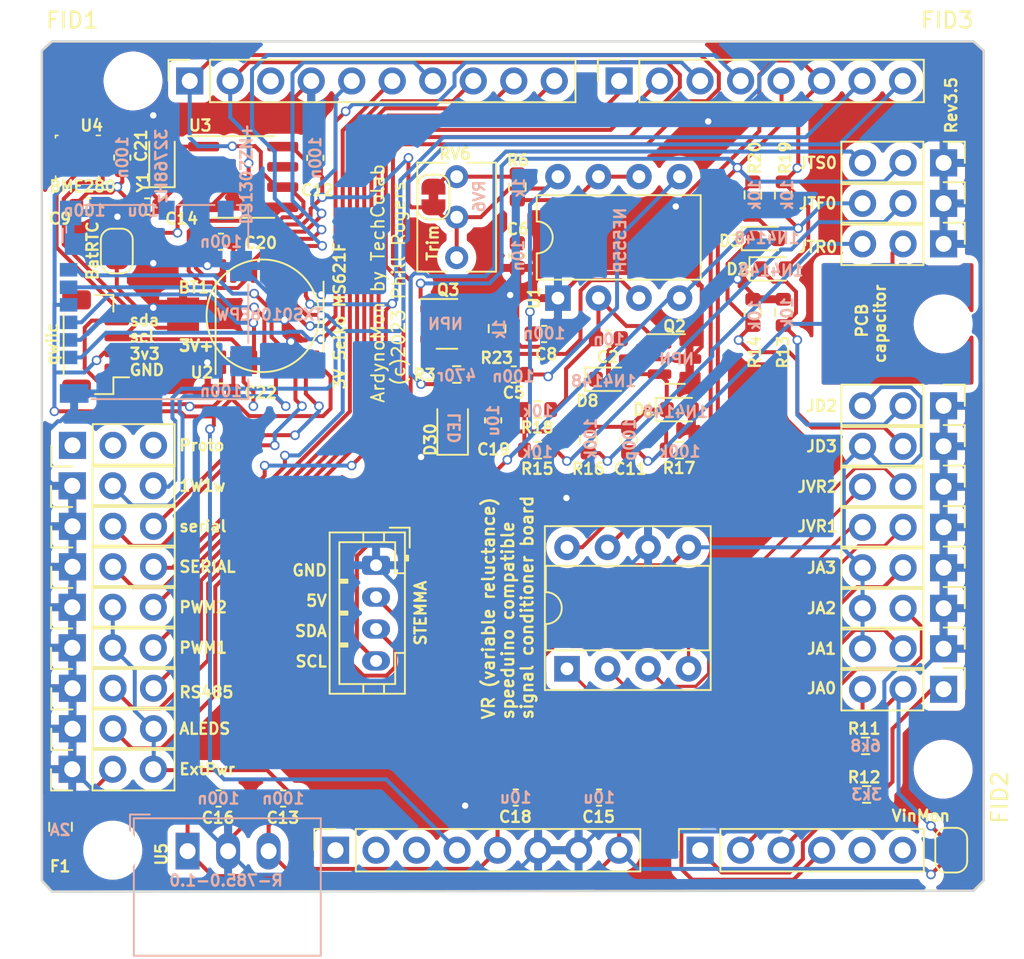
<source format=kicad_pcb>
(kicad_pcb (version 20221018) (generator pcbnew)
  (title_block (title "ArdynoMon") (date "2023-06-27") (rev "Rev 3.5") (company "TechColab.co.je") (comment 1 "Enhanced from Ardyno") (comment 2 "More options for pulse trigger input & outputs") (comment 3 "Option for Speeduino compatible VR board") (comment 4 "RTC, uSD, temperature, humidity & pressure") (comment 5 "Interfaces to logic at 3.3 & 5V"))
  (layers (0 "F.Cu" signal) (31 "B.Cu" signal) (34 "B.Paste" user) (35 "F.Paste" user) (36 "B.SilkS" user "B.Silkscreen") (37 "F.SilkS" user "F.Silkscreen") (38 "B.Mask" user) (39 "F.Mask" user) (44 "Edge.Cuts" user))
  (net 0 "")
  (net 1 "+5V")
  (net 2 "GND")
  (net 3 "/A0")
  (net 4 "/A1")
  (net 5 "/A2")
  (net 6 "/A3")
  (net 7 "+3V3")
  (net 8 "Net-(Q2-C)")
  (net 9 "/D2")
  (net 10 "/D3")
  (net 11 "Net-(D1-K)")
  (net 12 "/D12")
  (net 16 "/D9")
  (net 17 "VCC")
  (net 20 "/15Vin")
  (net 21 "/1W")
  (net 22 "/1w")
  (net 23 "/SCL")
  (net 24 "/SDA")
  (net 25 "/scl")
  (net 26 "/sda")
  (net 27 "/rx")
  (net 28 "/D13")
  (net 29 "Net-(JTF0-Pin_2)")
  (net 30 "/PCBcap")
  (net 31 "Net-(JA0-Pin_1)")
  (net 32 "/D10")
  (net 33 "/Strobe")
  (net 34 "Net-(JA0-Pin_2)")
  (net 35 "Net-(JTR0-Pin_3)")
  (net 36 "/VR1-")
  (net 37 "/VR1+")
  (net 38 "/VR2+")
  (net 39 "/VR2-")
  (net 40 "/tx")
  (net 41 "Net-(Q3-B)")
  (net 42 "/D4")
  (net 43 "Net-(BT1-+)")
  (net 45 "/mosi")
  (net 46 "/sck")
  (net 47 "/ss")
  (net 53 "/D11")
  (net 54 "/CLRX")
  (net 55 "/CLTX")
  (net 56 "/ALEDS")
  (net 57 "/D1")
  (net 58 "/D0")
  (net 59 "Net-(U1-CV)")
  (net 60 "Net-(U1-DIS)")
  (net 61 "Net-(U3-X1)")
  (net 62 "Net-(U3-X2)")
  (net 64 "Net-(D2-K)")
  (net 65 "Net-(D3-K)")
  (net 66 "Net-(D30-A)")
  (net 67 "Net-(JP2-A)")
  (net 68 "Net-(JP3-A)")
  (footprint "Package_LGA:Bosch_LGA-8_2.5x2.5mm_P0.65mm_ClockwisePinNumbering" (layer "F.Cu") (at 62.5374 83.5072 -90)
    (fp_text reference "U4")
    (fp_text value "BME280")
  )
  (footprint "Resistor_SMD:R_0603_1608Metric" (layer "F.Cu") (at 106.81445 93.25985 90)
    (fp_text reference "R13")
    (fp_text value "10k")
  )
  (footprint "Arduino_MountingHole:MountingHole_3.2mm" (layer "F.Cu") (at 116.84 93.98)
    (fp_text reference "MH3" hide)
    (fp_text value "MountingHole_3.2mm" hide)
  )
  (footprint "Connector_PinSocket_2.54mm:PinSocket_1x10_P2.54mm_Vertical" (layer "F.Cu") (at 69.596 78.74 90)
    (fp_text reference "J19" hide)
    (fp_text value "Digital/PWM")
  )
  (footprint "Diode_SMD:D_0603_1608Metric" (layer "F.Cu") (at 105.69695 88.62485)
    (fp_text reference "D3")
    (fp_text value "1N4148")
  )
  (footprint "Capacitor_SMD:C_0603_1608Metric" (layer "F.Cu") (at 71.5544 88.8276 180)
    (fp_text reference "C20")
    (fp_text value "100n")
  )
  (footprint "Package_TO_SOT_SMD:SOT-23" (layer "F.Cu") (at 99.9975 96.1838)
    (fp_text reference "Q2")
    (fp_text value "NPN")
  )
  (footprint "Diode_SMD:D_0603_1608Metric" (layer "F.Cu") (at 100.297 99.3588)
    (fp_text reference "D1")
    (fp_text value "1N4148")
  )
  (footprint "Capacitor_SMD:C_0603_1608Metric" (layer "F.Cu") (at 77.47 83.566 90)
    (fp_text reference "C12")
    (fp_text value "100n")
  )
  (footprint "Fiducial:Fiducial_0.5mm_Mask1mm" (layer "F.Cu") (at 61.722 77.47)
    (fp_text reference "FID1")
    (fp_text value "Fiducial" hide)
  )
  (footprint "Connector_PinHeader_2.54mm:PinHeader_1x03_P2.54mm_Vertical" (layer "F.Cu") (at 116.868 106.74 -90)
    (fp_text reference "JVR1")
    (fp_text value "VR1" hide)
  )
  (footprint "Fuse:Fuse_0805_2012Metric_Pad1.15x1.40mm_HandSolder" (layer "F.Cu") (at 61.496 125.536 -90)
    (fp_text reference "F1")
    (fp_text value "2A")
  )
  (footprint "Capacitor_SMD:C_0603_1608Metric" (layer "F.Cu") (at 65.3666 83.5482 90)
    (fp_text reference "C21")
    (fp_text value "100n")
  )
  (footprint "Package_DIP:DIP-8_W7.62mm" (layer "F.Cu") (at 92.687 92.3638 90)
    (fp_text reference "U1")
    (fp_text value "NE555P")
  )
  (footprint "Battery:BatteryHolder_Seiko_MS621F" (layer "F.Cu") (at 69.179898 93.472 180)
    (fp_text reference "BT1")
    (fp_text value "3V Seiko MS621F")
  )
  (footprint "Connector_PinHeader_2.54mm:PinHeader_1x03_P2.54mm_Vertical" (layer "F.Cu") (at 116.868 99.12 -90)
    (fp_text reference "JD2")
    (fp_text value "TrDi0" hide)
  )
  (footprint "Connector_PinHeader_2.54mm:PinHeader_1x03_P2.54mm_Vertical" (layer "F.Cu") (at 116.868 101.66 -90)
    (fp_text reference "JD3")
    (fp_text value "TrDi1" hide)
  )
  (footprint "Resistor_SMD:R_0603_1608Metric" (layer "F.Cu") (at 91.407 99.3588)
    (fp_text reference "R18")
    (fp_text value "10k")
  )
  (footprint "Resistor_SMD:R_0603_1608Metric" (layer "F.Cu") (at 88.867 94.2788 90)
    (fp_text reference "R23")
    (fp_text value "1k")
  )
  (footprint "Package_SO:SOIC-8_3.9x4.9mm_P1.27mm" (layer "F.Cu") (at 72.9514 84.7636)
    (fp_text reference "U3")
    (fp_text value "DS1307ZN+")
  )
  (footprint "Capacitor_SMD:C_0603_1608Metric" (layer "F.Cu") (at 91.821 94.615)
    (fp_text reference "C8")
    (fp_text value "100n")
  )
  (footprint "Resistor_SMD:R_0603_1608Metric" (layer "F.Cu") (at 86.337 97.155)
    (fp_text reference "R3")
    (fp_text value "470r")
  )
  (footprint "Capacitor_SMD:C_0603_1608Metric" (layer "F.Cu") (at 75.453 123.758 180)
    (fp_text reference "C13")
    (fp_text value "100n")
  )
  (footprint "Capacitor_SMD:C_0603_1608Metric" (layer "F.Cu") (at 71.5544 98.2256 180)
    (fp_text reference "C22")
    (fp_text value "100n")
  )
  (footprint "Connector_PinHeader_2.54mm:PinHeader_1x03_P2.54mm_Vertical" (layer "F.Cu") (at 62.245 109.22 90)
    (fp_text reference "JD23" hide)
    (fp_text value "SERIAL")
  )
  (footprint "Capacitor_SMD:C_0603_1608Metric" (layer "F.Cu") (at 95.852 94.9138 180)
    (fp_text reference "C2")
    (fp_text value "10n")
  )
  (footprint "Diode_SMD:D_0603_1608Metric" (layer "F.Cu") (at 106.17945 90.52985)
    (fp_text reference "D2")
    (fp_text value "1N4148")
  )
  (footprint "Arduino_MountingHole:MountingHole_3.2mm" (layer "F.Cu") (at 116.84 121.92)
    (fp_text reference "MH4" hide)
    (fp_text value "MountingHole_3.2mm" hide)
  )
  (footprint "Connector_JST:JST_PH_B4B-PH-K_1x04_P2.00mm_Vertical" (layer "F.Cu") (at 81.28 109.125 -90)
    (fp_text reference "J22" hide)
    (fp_text value "STEMMA")
  )
  (footprint "Connector_PinHeader_2.54mm:PinHeader_1x03_P2.54mm_Vertical" (layer "F.Cu") (at 116.868 104.2 -90)
    (fp_text reference "JVR2")
    (fp_text value "VR2" hide)
  )
  (footprint "Resistor_SMD:R_0603_1608Metric" (layer "F.Cu") (at 104.90945 85.89485 90)
    (fp_text reference "R20")
    (fp_text value "10k")
  )
  (footprint "Connector_PinSocket_2.54mm:PinSocket_1x08_P2.54mm_Vertical" (layer "F.Cu") (at 96.52 78.74 90)
    (fp_text reference "J20" hide)
    (fp_text value "Digital/PWM")
  )
  (footprint "Package_SO:TSSOP-20_4.4x6.5mm_P0.65mm" (layer "F.Cu") (at 74.6024 93.5266 90)
    (fp_text reference "U2")
    (fp_text value "TXS0108EPW")
  )
  (footprint "Capacitor_SMD:C_0603_1608Metric" (layer "F.Cu") (at 97.122 101.2638 90)
    (fp_text reference "C11")
    (fp_text value "100p")
  )
  (footprint "Connector_PinHeader_2.54mm:PinHeader_1x03_P2.54mm_Vertical" (layer "F.Cu") (at 62.245 101.6 90)
    (fp_text reference "J13" hide)
    (fp_text value "Proto")
  )
  (footprint "Connector_PinHeader_2.54mm:PinHeader_1x03_P2.54mm_Vertical" (layer "F.Cu") (at 62.23 111.76 90)
    (fp_text reference "JD10" hide)
    (fp_text value "PWM2")
  )
  (footprint "Capacitor_SMD:C_0603_1608Metric" (layer "F.Cu") (at 89.916 97.155 180)
    (fp_text reference "C5")
    (fp_text value "100n")
  )
  (footprint "Capacitor_SMD:C_0603_1608Metric" (layer "F.Cu") (at 88.623 100.0333 90)
    (fp_text reference "C19")
    (fp_text value "10u")
  )
  (footprint "Fiducial:Fiducial_0.5mm_Mask1mm" (layer "F.Cu") (at 117.856 77.47)
    (fp_text reference "FID3")
    (fp_text value "Fiducial" hide)
  )
  (footprint "Jumper:SolderJumper-2_P1.3mm_Open_RoundedPad1.0x1.5mm" (layer "F.Cu") (at 117.348 127 -90)
    (fp_text reference "JP1" hide)
    (fp_text value "VinMon")
  )
  (footprint "Connector_PinHeader_2.54mm:PinHeader_1x03_P2.54mm_Vertical" (layer "F.Cu") (at 62.245 106.68 90)
    (fp_text reference "J23" hide)
    (fp_text value "serial")
  )
  (footprint "Connector_PinHeader_2.54mm:PinHeader_1x03_P2.54mm_Vertical" (layer "F.Cu") (at 62.23 121.92 90)
    (fp_text reference "J15" hide)
    (fp_text value "ExtPwr")
  )
  (footprint "Capacitor_SMD:C_0603_1608Metric" (layer "F.Cu") (at 95.263 123.698 180)
    (fp_text reference "C15")
    (fp_text value "10u")
  )
  (footprint "Connector_PinHeader_2.54mm:PinHeader_1x03_P2.54mm_Vertical" (layer "F.Cu") (at 116.868 111.82 -90)
    (fp_text reference "JA2")
    (fp_text value "A2" hide)
  )
  (footprint "Capacitor_SMD:C_0603_1608Metric" (layer "F.Cu") (at 71.402 123.758)
    (fp_text reference "C16")
    (fp_text value "100n")
  )
  (footprint "Connector_PinHeader_2.54mm:PinHeader_1x03_P2.54mm_Vertical" (layer "F.Cu") (at 116.868 86.42 -90)
    (fp_text reference "JTF0")
    (fp_text value "TrAnF" hide)
  )
  (footprint "Capacitor_SMD:C_0603_1608Metric" (layer "F.Cu") (at 90.137 89.6938 -90)
    (fp_text reference "C6")
    (fp_text value "10n")
  )
  (footprint "Resistor_SMD:R_0603_1608Metric" (layer "F.Cu") (at 111.979 120.456 180)
    (fp_text reference "R11")
    (fp_text value "6k8")
  )
  (footprint "Diode_SMD:D_0603_1608Metric" (layer "F.Cu") (at 95.852 97.4538)
    (fp_text reference "D8")
    (fp_text value "1N4148")
  )
  (footprint "Resistor_SMD:R_0603_1608Metric" (layer "F.Cu") (at 100.297 101.8988)
    (fp_text reference "R17")
    (fp_text value "100k")
  )
  (footprint "Connector_PinHeader_2.54mm:PinHeader_1x03_P2.54mm_Vertical" (layer "F.Cu") (at 116.868 83.88 -90)
    (fp_text reference "JTS0")
    (fp_text value "Strobe" hide)
  )
  (footprint "Capacitor_SMD:C_0603_1608Metric" (layer "F.Cu") (at 66.929 86.614)
    (fp_text reference "C14")
    (fp_text value "10u")
  )
  (footprint "Package_DIP:DIP-8_W7.62mm_Socket" (layer "F.Cu") (at 93.256 115.62 90)
    (fp_text reference "J11" hide)
    (fp_text value "VR board" hide)
  )
  (footprint "Capacitor_SMD:C_0603_1608Metric" (layer "F.Cu") (at 63.246 86.614)
    (fp_text reference "C9")
    (fp_text value "100n")
  )
  (footprint "Connector_PinHeader_2.54mm:PinHeader_1x03_P2.54mm_Vertical" (layer "F.Cu") (at 62.245 116.84 90)
    (fp_text reference "JD78" hide)
    (fp_text value "RS485")
  )
  (footprint "Capacitor_SMD:C_0603_1608Metric" (layer "F.Cu") (at 90.043 123.698)
    (fp_text reference "C18")
    (fp_text value "10u")
  )
  (footprint "Connector_PinHeader_2.54mm:PinHeader_1x03_P2.54mm_Vertical" (layer "F.Cu") (at 116.868 116.9 -90)
    (fp_text reference "JA0")
    (fp_text value "A0" hide)
  )
  (footprint "Connector_PinHeader_2.54mm:PinHeader_1x03_P2.54mm_Vertical" (layer "F.Cu") (at 116.868 88.96 -90)
    (fp_text reference "JTR0")
    (fp_text value "TrAnR" hide)
  )
  (footprint "Connector_PinHeader_2.54mm:PinHeader_1x03_P2.54mm_Vertical" (layer "F.Cu") (at 62.23 114.3 90)
    (fp_text reference "JD9" hide)
    (fp_text value "PWM1")
  )
  (footprint "Connector_PinHeader_2.54mm:PinHeader_1x03_P2.54mm_Vertical" (layer "F.Cu") (at 116.868 109.28 -90)
    (fp_text reference "JA3")
    (fp_text value "A3" hide)
  )
  (footprint "Resistor_SMD:R_0603_1608Metric" (layer "F.Cu") (at 91.407 101.8988)
    (fp_text reference "R15")
    (fp_text value "10k")
  )
  (footprint "Jumper:SolderJumper-2_P1.3mm_Open_RoundedPad1.0x1.5mm" (layer "F.Cu") (at 65.024 89.408 -90)
    (fp_text reference "JP2" hide)
    (fp_text value "BatRTC")
  )
  (footprint "Resistor_SMD:R_0603_1608Metric" (layer "F.Cu") (at 90.137 85.3888 -90)
    (fp_text reference "R6")
    (fp_text value "1k")
  )
  (footprint "Connector_PinSocket_2.54mm:PinSocket_1x08_P2.54mm_Vertical" (layer "F.Cu") (at 78.74 127 90)
    (fp_text reference "J17" hide)
    (fp_text value "Power")
  )
  (footprint "Connector_PinHeader_2.54mm:PinHeader_1x03_P2.54mm_Vertical" (layer "F.Cu") (at 62.23 104.14 90)
    (fp_text reference "JD6" hide)
    (fp_text value "1W1w")
  )
  (footprint "Connector_PinHeader_2.54mm:PinHeader_1x03_P2.54mm_Vertical" (layer "F.Cu") (at 62.245 119.38 90)
    (fp_text reference "JD5" hide)
    (fp_text value "ALEDS")
  )
  (footprint "LED_SMD:LED_0805_2012Metric_Pad1.15x1.40mm_HandSolder" (layer "F.Cu") (at 86.083 100.33 90)
    (fp_text reference "D30")
    (fp_text value "LED")
  )
  (footprint "Resistor_SMD:R_0603_1608Metric" (layer "F.Cu") (at 94.582 101.2638 90)
    (fp_text reference "R16")
    (fp_text value "100k")
  )
  (footprint "Connector_PinSocket_2.54mm:PinSocket_1x06_P2.54mm_Vertical" (layer "F.Cu") (at 101.6 127 90)
    (fp_text reference "J18" hide)
    (fp_text value "Analog")
  )
  (footprint "Jumper:SolderJumper-2_P1.3mm_Bridged_RoundedPad1.0x1.5mm" (layer "F.Cu") (at 84.88 86.02 -90)
    (fp_text reference "JP3" hide)
    (fp_text value "Trim")
  )
  (footprint "Crystal:Crystal_SMD_2012-2Pin_2.0x1.2mm_HandSoldering" (layer "F.Cu") (at 67.8558 83.7514 90)
    (fp_text reference "Y1")
    (fp_text value "32768Hz")
  )
  (footprint "Package_TO_SOT_SMD:SOT-23" (layer "F.Cu") (at 85.725 93.98)
    (fp_text reference "Q3")
    (fp_text value "NPN")
  )
  (footprint "Arduino_MountingHole:MountingHole_3.2mm" (layer "F.Cu") (at 66.04 78.74)
    (fp_text reference "MH1" hide)
    (fp_text value "MountingHole_3.2mm" hide)
  )
  (footprint "Resistor_SMD:R_0603_1608Metric" (layer "F.Cu") (at 106.81445 85.89485 90)
    (fp_text reference "R19")
    (fp_text value "10k")
  )
  (footprint "Resistor_SMD:R_0603_1608Metric" (layer "F.Cu") (at 104.90945 93.25985 90)
    (fp_text reference "R14")
    (fp_text value "10k")
  )
  (footprint "Connector_JST:JST_SH_BM04B-SRSS-TB_1x04-1MP_P1.00mm_Vertical" (layer "F.Cu") (at 63.699 95.274 90)
    (fp_text reference "J21" hide)
    (fp_text value "qwiic")
  )
  (footprint "Connector_PinHeader_2.54mm:PinHeader_1x03_P2.54mm_Vertical" (layer "F.Cu") (at 116.868 114.36 -90)
    (fp_text reference "JA1")
    (fp_text value "A1" hide)
  )
  (footprint "Resistor_SMD:R_0603_1608Metric" (layer "F.Cu") (at 112.042 123.504)
    (fp_text reference "R12")
    (fp_text value "3k3")
  )
  (footprint "Fiducial:Fiducial_0.5mm_Mask1mm" (layer "F.Cu") (at 117.856 124.46)
    (fp_text reference "FID2")
    (fp_text value "Fiducial" hide)
  )
  (footprint "Potentiometer_THT:Potentiometer_Vishay_T73XW_Horizontal" (layer "F.Cu") (at 86.337 84.7438)
    (fp_text reference "RV6")
    (fp_text value "Trim" hide)
  )
  (footprint "Arduino_MountingHole:MountingHole_3.2mm" (layer "F.Cu") (at 64.77 127)
    (fp_text reference "MH2" hide)
    (fp_text value "MountingHole_3.2mm" hide)
  )
  (footprint "Converter_DCDC:Converter_DCDC_RECOM_R-78E-0.5_THT" (layer "B.Cu") (at 69.463 127.06)
    (fp_text reference "U5")
    (fp_text value "R-785.0-1.0")
  )
  (footprint "Connector_Card:microSD_HC_Molex_104031-0811" (layer "B.Cu") (at 67.4494 92.5906 -90)
    (fp_text reference "J14" hide)
    (fp_text value "Micro_SD_Card_Det_Hirose_DM3AT" hide)
  )
  (gr_line (start 119.38 128.905) (end 119.38 76.835) (stroke (width 0.15)) (layer "Edge.Cuts"))
  (gr_line (start 118.745 76.26) (end 60.96 76.26) (stroke (width 0.15)) (layer "Edge.Cuts"))
  (gr_line (start 60.325 76.835) (end 60.96 76.26) (stroke (width 0.15)) (layer "Edge.Cuts"))
  (gr_line (start 60.96 129.6) (end 118.745 129.54) (stroke (width 0.15)) (layer "Edge.Cuts"))
  (gr_line (start 60.325 76.835) (end 60.325 128.905) (stroke (width 0.15)) (layer "Edge.Cuts"))
  (gr_line (start 60.325 128.905) (end 60.96 129.6) (stroke (width 0.15)) (layer "Edge.Cuts"))
  (gr_line (start 118.745 76.26) (end 119.38 76.835) (stroke (width 0.15)) (layer "Edge.Cuts"))
  (gr_line (start 118.745 129.54) (end 119.38 128.905) (stroke (width 0.15)) (layer "Edge.Cuts"))
  (gr_text "SDA" (at 76.112666 113.665) (layer "F.SilkS") (effects (font (size 0.7 0.7) (thickness 0.15) bold) (justify left bottom)))
  (gr_text "ArdynoMon by TechColab\n(c)2023 Phill Rogers\n" (at 82.042 91.44 90) (layer "F.SilkS") (effects (font (size 0.8 0.8) (thickness 0.12))))
  (gr_text "3V+" (at 68.834 95.758) (layer "F.SilkS") (effects (font (size 0.7 0.7) (thickness 0.175) bold) (justify left bottom)))
  (gr_text "Rev3.5" (at 117.348 80.264 90) (layer "F.SilkS") (effects (font (size 0.7 0.7))))
  (gr_text "5V" (at 76.812666 111.76) (layer "F.SilkS") (effects (font (size 0.7 0.7) (thickness 0.15) bold) (justify left bottom)))
  (gr_text "GND" (at 66.909933 96.8756) (layer "F.SilkS") (effects (font (size 0.7 0.7))))
  (gr_text "VR (variable reluctance)\nspeeduino compatible\nsignal conditioner board" (at 91.186 118.872 90) (layer "F.SilkS") (effects (font (size 0.75 0.75)) (justify left bottom)))
  (gr_text "scl" (at 66.609934 94.7674) (layer "F.SilkS") (effects (font (size 0.7 0.7))))
  (gr_text "   PCB\ncapacitor" (at 113.284 96.52 90) (layer "F.SilkS") (effects (font (size 0.7 0.7) (thickness 0.15) bold) (justify left bottom)))
  (gr_text "GND" (at 75.946 109.855) (layer "F.SilkS") (effects (font (size 0.7 0.7) (thickness 0.15) bold) (justify left bottom)))
  (gr_text "sda" (at 66.759933 93.7514) (layer "F.SilkS") (effects (font (size 0.7 0.7))))
  (gr_text "3v3" (at 66.7766 95.8596) (layer "F.SilkS") (effects (font (size 0.7 0.7))))
  (gr_text "SCL" (at 76.145999 115.57) (layer "F.SilkS") (effects (font (size 0.7 0.7) (thickness 0.15) bold) (justify left bottom)))
  (segment (start 86.337 89.8238) (end 86.337 87.2838) (width 0.25) (layer "F.Cu") (net 1))
  (segment (start 90.582 101.8988) (end 90.582 100.7308) (width 0.25) (layer "F.Cu") (net 1))
  (segment (start 84.88 86.67) (end 83.51 86.67) (width 0.25) (layer "F.Cu") (net 1))
  (segment (start 92.433 100.7308) (end 95.0645 98.0993) (width 0.25) (layer "F.Cu") (net 1))
  (segment (start 88.9 118.745) (end 81.28 111.125) (width 0.25) (layer "F.Cu") (net 1))
  (segment (start 74.9152 88.4776) (end 75.6492 87.7436) (width 0.25) (layer "F.Cu") (net 1))
  (segment (start 83.312 85.725) (end 83.312 83.566) (width 0.25) (layer "F.Cu") (net 1))
  (segment (start 85.4938 87.2838) (end 84.88 86.67) (width 0.25) (layer "F.Cu") (net 1))
  (segment (start 77.9044 86.0336) (end 77.1764 86.7616) (width 0.25) (layer "F.Cu") (net 1))
  (segment (start 87.725 128.175) (end 75.658 128.175) (width 0.25) (layer "F.Cu") (net 1))
  (segment (start 72.3294 88.8276) (end 72.6794 88.4776) (width 0.25) (layer "F.Cu") (net 1))
  (segment (start 97.501 109.125) (end 99.751 109.125) (width 0.25) (layer "F.Cu") (net 1))
  (segment (start 88.9 118.745) (end 88.9 117.726) (width 0.25) (layer "F.Cu") (net 1))
  (segment (start 88.694 100.7308) (end 90.582 100.7308) (width 0.25) (layer "F.Cu") (net 1))
  (segment (start 74.543 125.443) (end 74.543 127.06) (width 0.25) (layer "F.Cu") (net 1))
  (segment (start 75.9876 82.8586) (end 77.47 84.341) (width 0.25) (layer "F.Cu") (net 1))
  (segment (start 86.337 87.2838) (end 85.4938 87.2838) (width 0.25) (layer "F.Cu") (net 1))
  (segment (start 77.1764 86.7616) (end 77.1764 87.226396) (width 0.25) (layer "F.Cu") (net 1))
  (segment (start 88.9 127) (end 88.9 118.745) (width 0.25) (layer "F.Cu") (net 1))
  (segment (start 88.9 124.066) (end 89.268 123.698) (width 0.25) (layer "F.Cu") (net 1))
  (segment (start 99.751 109.125) (end 100.876 108) (width 0.25) (layer "F.Cu") (net 1))
  (segment (start 83.312 85.725) (end 83.312 86.36) (width 0.25) (layer "F.Cu") (net 1))
  (segment (start 76.228 123.758) (end 74.543 125.443) (width 0.25) (layer "F.Cu") (net 1))
  (segment (start 88.9 103.1208) (end 89.512 102.5088) (width 0.25) (layer "F.Cu") (net 1))
  (segment (start 67.338 121.98) (end 74.45 121.98) (width 0.25) (layer "F.Cu") (net 1))
  (segment (start 90.932 94.501) (end 91.046 94.615) (width 0.25) (layer "F.Cu") (net 1))
  (segment (start 90.582 100.7308) (end 90.582 99.3588) (width 0.25) (layer "F.Cu") (net 1))
  (segment (start 83.312 86.472) (end 83.312 86.36) (width 0.25) (layer "F.Cu") (net 1))
  (segment (start 88.9 127) (end 88.9 124.066) (width 0.25) (layer "F.Cu") (net 1))
  (segment (start 89.644538 85.4888) (end 87.849538 87.2838) (width 0.25) (layer "F.Cu") (net 1))
  (segment (start 88.9 127) (end 87.725 128.175) (width 0.25) (layer "F.Cu") (net 1))
  (segment (start 76.659196 87.7436) (end 75.6492 87.7436) (width 0.25) (layer "F.Cu") (net 1))
  (segment (start 88.9 117.726) (end 97.501 109.125) (width 0.25) (layer "F.Cu") (net 1))
  (segment (start 75.658 128.175) (end 74.543 127.06) (width 0.25) (layer "F.Cu") (net 1))
  (segment (start 87.849538 87.2838) (end 86.337 87.2838) (width 0.25) (layer "F.Cu") (net 1))
  (segment (start 90.582 100.7308) (end 92.433 100.7308) (width 0.25) (layer "F.Cu") (net 1))
  (segment (start 104.90945 86.71985) (end 106.81445 86.71985) (width 0.25) (layer "F.Cu") (net 1))
  (segment (start 90.122 101.8988) (end 89.512 102.5088) (width 0.25) (layer "F.Cu") (net 1))
  (segment (start 77.9044 86.0336) (end 77.9044 84.7754) (width 0.25) (layer "F.Cu") (net 1))
  (segment (start 92.687 84.7438) (end 91.942 85.4888) (width 0.25) (layer "F.Cu") (net 1))
  (segment (start 72.3274 90.6641) (end 72.3274 88.8296) (width 0.25) (layer "F.Cu") (net 1))
  (segment (start 95.0645 98.0993) (end 95.0645 97.4538) (width 0.25) (layer "F.Cu") (net 1))
  (segment (start 72.6794 88.4776) (end 74.9152 88.4776) (width 0.25) (layer "F.Cu") (net 1))
  (segment (start 106.81445 86.71985) (end 106.81445 87.04985) (width 0.25) (layer "F.Cu") (net 1))
  (segment (start 77.9044 84.7754) (end 77.47 84.341) (width 0.25) (layer "F.Cu") (net 1))
  (segment (start 106.81445 87.04985) (end 107.75445 87.98985) (width 0.25) (layer "F.Cu") (net 1))
  (segment (start 74.45 121.98) (end 76.228 123.758) (width 0.25) (layer "F.Cu") (net 1))
  (segment (start 77.1764 87.226396) (end 76.659196 87.7436) (width 0.25) (layer "F.Cu") (net 1))
  (segment (start 91.942 85.4888) (end 89.644538 85.4888) (width 0.25) (layer "F.Cu") (net 1))
  (segment (start 83.51 86.67) (end 83.312 86.472) (width 0.25) (layer "F.Cu") (net 1))
  (segment (start 88.9 117.726) (end 88.9 103.1208) (width 0.25) (layer "F.Cu") (net 1))
  (segment (start 90.932 93.218) (end 90.932 94.501) (width 0.25) (layer "F.Cu") (net 1))
  (segment (start 89.512 123.454) (end 89.268 123.698) (width 0.25) (layer "F.Cu") (net 1))
  (segment (start 90.582 101.8988) (end 90.122 101.8988) (width 0.25) (layer "F.Cu") (net 1))
  (via (at 90.932 93.218) (size 0.6) (drill 0.4) (layers "F.Cu" "B.Cu") (net 1))
  (via (at 89.512 102.5088) (size 0.6) (drill 0.4) (layers "F.Cu" "B.Cu") (net 1))
  (via (at 107.75445 87.98985) (size 0.6) (drill 0.4) (layers "F.Cu" "B.Cu") (net 1))
  (via (at 77.9044 86.0336) (size 0.6) (drill 0.4) (layers "F.Cu" "B.Cu") (net 1))
  (via (at 83.312 83.566) (size 0.6) (drill 0.4) (layers "F.Cu" "B.Cu") (net 1))
  (segment (start 114.814701 102.835) (end 112.963 102.835) (width 0.25) (layer "B.Cu") (net 1))
  (segment (start 100.307 92.3638) (end 99.657 92.3638) (width 0.25) (layer "B.Cu") (net 1))
  (segment (start 107.75445 87.98985) (end 104.68095 87.98985) (width 0.25) (layer "B.Cu") (net 1))
  (segment (start 80.8444 86.0336) (end 83.312 83.566) (width 0.25) (layer "B.Cu") (net 1))
  (segment (start 67.338 121.98) (end 67.338 119.44) (width 0.25) (layer "B.Cu") (net 1))
  (segment (start 109.3243 86.42) (end 107.75445 87.98985) (width 0.25) (layer "B.Cu") (net 1))
  (segment (start 90.932 101.0888) (end 90.932 93.218) (width 0.25) (layer "B.Cu") (net 1))
  (segment (start 115.503 98.633299) (end 115.503 102.146701) (width 0.25) (layer "B.Cu") (net 1))
  (segment (start 90.932 86.4988) (end 92.687 84.7438) (width 0.25) (layer "B.Cu") (net 1))
  (segment (start 110.613 102.835) (end 110.613 107.895) (width 0.25) (layer "B.Cu") (net 1))
  (segment (start 104.68095 87.98985) (end 100.307 92.3638) (width 0.25) (layer "B.Cu") (net 1))
  (segment (start 67.338 119.44) (end 66.15 118.252) (width 0.25) (layer "B.Cu") (net 1))
  (segment (start 66.15 118.252) (end 66.15 115.68) (width 0.25) (layer "B.Cu") (net 1))
  (segment (start 99.657 92.3638) (end 89.512 102.5088) (width 0.25) (layer "B.Cu") (net 1))
  (segment (start 110.613 107.895) (end 110.508 108) (width 0.25) (layer "B.Cu") (net 1))
  (segment (start 115.503 102.146701) (end 114.814701 102.835) (width 0.25) (layer "B.Cu") (net 1))
  (segment (start 112.963 97.945) (end 114.814701 97.945) (width 0.25) (layer "B.Cu") (net 1))
  (segment (start 111.788 101.66) (end 110.613 102.835) (width 0.25) (layer "B.Cu") (net 1))
  (segment (start 111.788 99.12) (end 112.963 97.945) (width 0.25) (layer "B.Cu") (net 1))
  (segment (start 66.15 115.68) (end 64.77 114.3) (width 0.25) (layer "B.Cu") (net 1))
  (segment (start 110.508 108) (end 111.788 109.28) (width 0.25) (layer "B.Cu") (net 1))
  (segment (start 90.932 93.218) (end 90.932 86.4988) (width 0.25) (layer "B.Cu") (net 1))
  (segment (start 77.9044 86.0336) (end 80.8444 86.0336) (width 0.25) (layer "B.Cu") (net 1))
  (segment (start 111.788 111.82) (end 111.788 114.36) (width 0.25) (layer "B.Cu") (net 1))
  (segment (start 89.512 102.5088) (end 90.932 101.0888) (width 0.25) (layer "B.Cu") (net 1))
  (segment (start 114.814701 97.945) (end 115.503 98.633299) (width 0.25) (layer "B.Cu") (net 1))
  (segment (start 64.77 114.3) (end 64.77 111.803) (width 0.25) (layer "B.Cu") (net 1))
  (segment (start 111.788 86.42) (end 109.3243 86.42) (width 0.25) (layer "B.Cu") (net 1))
  (segment (start 112.963 102.835) (end 111.788 101.66) (width 0.25) (layer "B.Cu") (net 1))
  (segment (start 111.788 109.28) (end 111.788 111.82) (width 0.25) (layer "B.Cu") (net 1))
  (segment (start 100.876 108) (end 110.508 108) (width 0.25) (layer "B.Cu") (net 1))
  (segment (start 104.90945 92.12985) (end 104.90945 92.43485) (width 0.25) (layer "F.Cu") (net 2))
  (segment (start 65.0618 87.2566) (end 65.2606 87.2566) (width 0.25) (layer "F.Cu") (net 2))
  (segment (start 60.9374 82.0322) (end 60.9454 82.0242) (width 0.25) (layer "F.Cu") (net 2))
  (segment (start 101.122 101.8988) (end 101.122 99.3963) (width 0.25) (layer "F.Cu") (net 2))
  (segment (start 71.511951 84.7674) (end 71.8182 85.073649) (width 0.25) (layer "F.Cu") (net 2))
  (segment (start 70.7006 90.3046) (end 70.7006 88.9064) (width 0.25) (layer "F.Cu") (net 2))
  (segment (start 61.0124 84.4822) (end 60.9374 84.4072) (width 0.25) (layer "F.Cu") (net 2))
  (segment (start 77.216 78.74) (end 75.057 80.899) (width 0.25) (layer "F.Cu") (net 2))
  (segment (start 116.868 83.88) (end 116.868 86.42) (width 0.25) (layer "F.Cu") (net 2))
  (segment (start 84.6449 101.7899) (end 85.0798 101.355) (width 0.25) (layer "F.Cu") (net 2))
  (segment (start 61.0124 83.1822) (end 61.5124 83.1822) (width 0.25) (layer "F.Cu") (net 2))
  (segment (start 90.137 92.6178) (end 89.691 92.1718) (width 0.25) (layer "F.Cu") (net 2))
  (segment (start 101.7016 91.5924) (end 101.7016 95.4172) (width 0.25) (layer "F.Cu") (net 2))
  (segment (start 62.273 111.76) (end 62.273 114.257) (width 0.25) (layer "F.Cu") (net 2))
  (segment (start 116.868 101.66) (end 116.868 99.12) (width 0.25) (layer "F.Cu") (net 2))
  (segment (start 60.9374 83.2572) (end 61.0124 83.1822) (width 0.25) (layer "F.Cu") (net 2))
  (segment (start 116.868 86.42) (end 116.868 88.96) (width 0.25) (layer "F.Cu") (net 2))
  (segment (start 98.4368 86.614) (end 100.076 86.614) (width 0.25) (layer "F.Cu") (net 2))
  (segment (start 90.2631 95.2839) (end 90.3942 95.415) (width 0.25) (layer "F.Cu") (net 2))
  (segment (start 85.0798 101.355) (end 86.083 101.355) (width 0.25) (layer "F.Cu") (net 2))
  (segment (start 94.008 124.178) (end 94.488 123.698) (width 0.25) (layer "F.Cu") (net 2))
  (segment (start 69.179898 92.722) (end 67.552 92.722) (width 0.25) (layer "F.Cu") (net 2))
  (segment (start 60.9454 82.0242) (end 63.0544 82.0242) (width 0.25) (layer "F.Cu") (net 2))
  (segment (start 116.868 111.82) (end 116.868 109.28) (width 0.25) (layer "F.Cu") (net 2))
  (segment (start 74.678 123.758) (end 72.003 126.433) (width 0.25) (layer "F.Cu") (net 2))
  (segment (start 61.0124 83.1822) (end 60.9374 83.1072) (width 0.25) (layer "F.Cu") (net 2))
  (segment (start 101.7016 95.4172) (end 100.935 96.1838) (width 0.25) (layer "F.Cu") (net 2))
  (segment (start 77.5274 90.6641) (end 77.5274 91.8034) (width 0.25) (layer "F.Cu") (net 2))
  (segment (start 103.94445 91.16485) (end 104.90945 92.12985) (width 0.25) (layer "F.Cu") (net 2))
  (segment (start 70.7006 96.4006) (end 70.7006 98.1468) (width 0.25) (layer "F.Cu") (net 2))
  (segment (start 69.353004 84.7674) (end 71.511951 84.7674) (width 0.25) (layer "F.Cu") (net 2))
  (segment (start 94.008 124.761) (end 94.008 125.349) (width 0.25) (layer "F.Cu") (net 2))
  (segment (start 90.3942 95.415) (end 91.796 95.415) (width 0.25) (layer "F.Cu") (net 2))
  (segment (start 101.813 81.575) (end 102.108 81.28) (width 0.25) (layer "F.Cu") (net 2))
  (segment (start 71.8182 85.073649) (end 71.8182 85.703551) (width 0.25) (layer "F.Cu") (net 2))
  (segment (start 89.691 92.1718) (end 89.691 92.2098) (width 0.25) (layer "F.Cu") (net 2))
  (segment (start 65.024 96.774) (end 66.4756 98.2256) (width 0.25) (layer "F.Cu") (net 2))
  (segment (start 72.003 123.932) (end 72.003 127.06) (width 0.25) (layer "F.Cu") (net 2))
  (segment (start 91.44 127) (end 91.44 124.32) (width 0.25) (layer "F.Cu") (net 2))
  (segment (start 92.687 92.3638) (end 94.262 90.7888) (width 0.25) (layer "F.Cu") (net 2))
  (segment (start 65.2522 87.447) (end 65.0618 87.2566) (width 0.25) (layer "F.Cu") (net 2))
  (segment (start 66.4756 98.2256) (end 70.7794 98.2256) (width 0.25) (layer "F.Cu") (net 2))
  (segment (start 61.5124 84.4822) (end 61.0124 84.4822) (width 0.25) (layer "F.Cu") (net 2))
  (segment (start 100.076 86.614) (end 100.115991 86.5258) (width 0.25) (layer "F.Cu") (net 2))
  (segment (start 60.9374 84.4072) (end 60.9374 83.2572) (width 0.25) (layer "F.Cu") (net 2))
  (segment (start 62.288 109.28) (end 62.288 111.745) (width 0.25) (layer "F.Cu") (net 2))
  (segment (start 116.868 106.74) (end 116.868 104.2) (width 0.25) (layer "F.Cu") (net 2))
  (segment (start 66.1666 83.5732) (end 65.3666 82.7732) (width 0.25) (layer "F.Cu") (net 2))
  (segment (start 94.262 90.7888) (end 100.898 90.7888) (width 0.25) (layer "F.Cu") (net 2))
  (segment (start 91.468 127.06) (end 94.008 127.06) (width 0.25) (layer "F.Cu") (net 2))
  (segment (start 86.5263 101.355) (end 88.623 99.2583) (width 0.25) (layer "F.Cu") (net 2))
  (segment (start 62.245 116.84) (end 62.245 119.427) (width 0.25) (layer "F.Cu") (net 2))
  (segment (start 88.623 99.2583) (end 88.623 97.673) (width 0.25) (layer "F.Cu") (net 2))
  (segment (start 90.137 95.1578) (end 90.137 92.6178) (width 0.25) (layer "F.Cu") (net 2))
  (segment (start 84.6449 101.7899) (end 84.103 102.3318) (width 0.25) (layer "F.Cu") (net 2))
  (segment (start 91.44 124.32) (end 90.818 123.698) (width 0.25) (layer "F.Cu") (net 2))
  (segment (start 67.704 86.614) (end 67.704 86.416404) (width 0.25) (layer "F.Cu") (net 2))
  (segment (start 64.3468 86.5416) (end 65.0618 87.2566) (width 0.25) (layer "F.Cu") (net 2))
  (segment (start 66.871 87.447) (end 67.704 86.614) (width 0.25) (layer "F.Cu") (net 2))
  (segment (start 70.7006 96.4006) (end 70.7794 96.4742) (width 0.25) (layer "F.Cu") (net 2))
  (segment (start 67.704 86.614) (end 67.704 86.2496) (width 0.25) (layer "F.Cu") (net 2))
  (segment (start 90.137 91.7258) (end 89.691 92.1718) (width 0.25) (layer "F.Cu") (net 2))
  (segment (start 65.2522 87.447) (end 66.675 87.447) (width 0.25) (layer "F.Cu") (net 2))
  (segment (start 88.623 97.673) (end 89.141 97.155) (width 0.25) (layer "F.Cu") (net 2))
  (segment (start 86.995 93.98) (end 88.8032 92.1718) (width 0.25) (layer "F.Cu") (net 2))
  (segment (start 75.057 80.899) (end 67.31 80.899) (width 0.25) (layer "F.Cu") (net 2))
  (segment (start 90.2631 95.2839) (end 90.137 95.1578) (width 0.25) (layer "F.Cu") (net 2))
  (segment (start 67.552 92.722) (end 67.31 92.964) (width 0.25) (layer "F.Cu") (net 2))
  (segment (start 88.8032 92.1718) (end 89.691 92.1718) (width 0.25) (layer "F.Cu") (net 2))
  (segment (start 94.008 125.349) (end 94.008 124.178) (width 0.25) (layer "F.Cu") (net 2))
  (segment (start 100.898 90.7888) (end 101.7016 91.5924) (width 0.25) (layer "F.Cu") (net 2))
  (segment (start 62.23 114.3) (end 62.23 116.825) (width 0.25) (layer "F.Cu") (net 2))
  (segment (start 94.008 125.349) (end 94.008 127.06) (width 0.25) (layer "F.Cu") (net 2))
  (segment (start 75.5396 94.6912) (end 75.946 95.0976) (width 0.25) (layer "F.Cu") (net 2))
  (segment (start 92.687 92.3638) (end 92.687 94.524) (width 0.25) (layer "F.Cu") (net 2))
  (segment (start 67.31 92.964) (end 67.31 90.17) (width 0.25) (layer "F.Cu") (net 2))
  (segment (start 77.5274 91.8034) (end 77.8536 92.1296) (width 0.25) (layer "F.Cu") (net 2))
  (segment (start 62.273 106.74) (end 62.273 109.265) (width 0.25) (layer "F.Cu") (net 2))
  (segment (start 92.687 94.524) (end 92.596 94.615) (width 0.25) (layer "F.Cu") (net 2))
  (segment (start 116.868 114.36) (end 116.868 111.82) (width 0.25) (layer "F.Cu") (net 2))
  (segment (start 91.796 95.415) (end 92.596 94.615) (width 0.25) (layer "F.Cu") (net 2))
  (segment (start 101.813 84.828791) (end 101.813 81.575) (width 0.25) (layer "F.Cu") (net 2))
  (segment (start 60.9374 83.1072) (end 60.9374 82.0322) (width 0.25) (layer "F.Cu") (net 2))
  (segment (start 63.5624 82.5322) (end 65.1256 82.5322) (width 0.25) (layer "F.Cu") (net 2))
  (segment (start 77.216 82.537) (end 77.216 78.74) (width 0.25) (layer "F.Cu") (net 2))
  (segment (start 101.0845 99.3588) (end 101.0845 96.3333) (width 0.25) (layer "F.Cu") (net 2))
  (segment (start 100.115991 86.5258) (end 101.813 84.828791) (width 0.25) (layer "F.Cu") (net 2))
  (segment (start 62.258 119.44) (end 62.258 121.98) (width 0.25) (layer "F.Cu") (net 2))
  (segment (start 92.687 92.3638) (end 98.4368 86.614) (width 0.25) (layer "F.Cu") (net 2))
  (segment (start 65.4358 82.7732) (end 67.31 80.899) (width 0.25) (layer "F.Cu") (net 2))
  (segment (start 116.868 109.28) (end 116.868 106.74) (width 0.25) (layer "F.Cu") (net 2))
  (segment (start 90.137 90.4688) (end 90.137 91.7258) (width 0.25) (layer "F.Cu") (net 2))
  (segment (start 66.1666 84.7122) (end 66.1666 83.5732) (width 0.25) (layer "F.Cu") (net 2))
  (segment (start 104.90945 92.43485) (end 106.81445 92.43485) (width 0.25) (layer "F.Cu") (net 2))
  (segment (start 63.0544 82.0242) (end 63.5624 82.5322) (width 0.25) (layer "F.Cu") (net 2))
  (segment (start 66.675 87.447) (end 66.871 87.447) (width 0.25) (layer "F.Cu") (net 2))
  (segment (start 116.868 104.2) (end 116.868 101.66) (width 0.25) (layer "F.Cu") (net 2))
  (segment (start 67.704 86.2496) (end 66.1666 84.7122) (width 0.25) (layer "F.Cu") (net 2))
  (segment (start 71.8182 85.703551) (end 70.853151 86.6686) (width 0.25) (layer "F.Cu") (net 2))
  (segment (start 75.5396 93.726) (end 75.5396 94.6912) (width 0.25) (layer "F.Cu") (net 2))
  (segment (start 62.273 104.2) (end 62.273 106.74) (width 0.25) (layer "F.Cu") (net 2))
  (segment (start 67.704 86.416404) (end 69.353004 84.7674) (width 0.25) (layer "F.Cu") (net 2))
  (via (at 89.691 92.1718) (size 0.6) (drill 0.4) (layers "F.Cu" "B.Cu") (net 2))
  (via (at 75.946 95.0976) (size 0.6) (drill 0.4) (layers "F.Cu" "B.Cu") (net 2))
  (via (at 100.076 86.614) (size 0.6) (drill 0.4) (layers "F.Cu" "B.Cu") (net 2))
  (via (at 75.5396 93.726) (size 0.6) (drill 0.4) (layers "F.Cu" "B.Cu") (net 2))
  (via (at 103.94445 91.16485) (size 0.6) (drill 0.4) (layers "F.Cu" "B.Cu") (net 2))
  (via (at 65.0618 87.2566) (size 0.6) (drill 0.4) (layers "F.Cu" "B.Cu") (net 2))
  (via (at 67.31 90.17) (size 0.6) (drill 0.4) (layers "F.Cu" "B.Cu") (net 2))
  (via (at 67.31 92.964) (size 0.6) (drill 0.4) (layers "F.Cu" "B.Cu") (net 2))
  (via (at 70.7006 96.4006) (size 0.6) (drill 0.4) (layers "F.Cu" "B.Cu") (net 2))
  (via (at 84.103 102.3318) (size 0.6) (drill 0.4) (layers "F.Cu" "B.Cu") (net 2))
  (via (at 67.31 80.899) (size 0.6) (drill 0.4) (layers "F.Cu" "B.Cu") (net 2))
  (via (at 77.8536 92.1296) (size 0.6) (drill 0.4) (layers "F.Cu" "B.Cu") (net 2))
  (via (at 86.868 124.206) (size 0.6) (drill 0.4) (layers "F.Cu" "B.Cu") (net 2))
  (via (at 70.7006 90.3046) (size 0.6) (drill 0.4) (layers "F.Cu" "B.Cu") (net 2))
  (via (at 102.108 81.28) (size 0.6) (drill 0.4) (layers "F.Cu" "B.Cu") (net 2))
  (via (at 93.218 104.902) (size 0.6) (drill 0.4) (layers "F.Cu" "B.Cu") (net 2))
  (segment (start 91.44 127) (end 91.44 120.65) (width 0.25) (layer "B.Cu") (net 2))
  (segment (start 77.8536 92.1296) (end 77.1932 91.4692) (width 0.25) (layer "B.Cu") (net 2))
  (segment (start 116.332 77.216) (end 106.542299 77.216) (width 0.25) (layer "B.Cu") (net 2))
  (segment (start 67.31 89.5048) (end 67.31 90.17) (width 0.25) (layer "B.Cu") (net 2))
  (segment (start 76.7858 90.3506) (end 72.8244 90.3506) (width 0.25) (layer "B.Cu") (net 2))
  (segment (start 114.031299 115.535) (end 115.693 115.535) (width 0.25) (layer "B.Cu") (net 2))
  (segment (start 91.44 120.65) (end 91.44 116.84) (width 0.25) (layer "B.Cu") (net 2))
  (segment (start 93.98 127) (end 95.155 125.825) (width 0.25) (layer "B.Cu") (net 2))
  (segment (start 60.706 100.838) (end 60.706 100.711) (width 0.25) (layer "B.Cu") (net 2))
  (segment (start 61.9994 94.9856) (end 62.7484 94.9856) (width 0.25) (layer "B.Cu") (net 2))
  (segment (start 89.905 128.535) (end 73.478 128.535) (width 0.25) (layer "B.Cu") (net 2))
  (segment (start 91.44 116.84) (end 91.44 116.205) (width 0.25) (layer "B.Cu") (net 2))
  (segment (start 70.7006 90.3046) (end 72.7784 90.3046) (width 0.25) (layer "B.Cu") (net 2))
  (segment (start 103.261701 81.28) (end 102.108 81.28) (width 0.25) (layer "B.Cu") (net 2))
  (segment (start 91.44 119.285) (end 81.28 109.125) (width 0.25) (layer "B.Cu") (net 2))
  (segment (start 60.706 103.759) (end 61.147 104.2) (width 0.25) (layer "B.Cu") (net 2))
  (segment (start 119.18 89.608) (end 118.532 88.96) (width 0.25) (layer "B.Cu") (net 2))
  (segment (start 116.868 83.88) (end 116.868 77.752) (width 0.25) (layer "B.Cu") (net 2))
  (segment (start 60.706 100.711) (end 61.329 100.088) (width 0.25) (layer "B.Cu") (net 2))
  (segment (start 105.315 78.443299) (end 105.315 79.226701) (width 0.25) (layer "B.Cu") (net 2))
  (segment (start 113.153 119.257) (end 113.153 116.413299) (width 0.25) (layer "B.Cu") (net 2))
  (segment (start 91.44 116.205) (end 91.44 114.935) (width 0.25) (layer "B.Cu") (net 2))
  (segment (start 119.18 98.552) (end 119.18 89.608) (width 0.25) (layer "B.Cu") (net 2))
  (segment (start 91.44 116.205) (end 91.44 109.855) (width 0.25) (layer "B.Cu") (net 2))
  (segment (start 95.155 125.825) (end 106.585 125.825) (width 0.25) (layer "B.Cu") (net 2))
  (segment (start 81.941 109.125) (end 81.28 109.125) (width 0.25) (layer "B.Cu") (net 2))
  (segment (start 118.532 88.96) (end 116.868 88.96) (width 0.25) (layer "B.Cu") (net 2))
  (segment (start 62.23 121.92) (end 63.754 123.444) (width 0.25) (layer "B.Cu") (net 2))
  (segment (start 61.147 104.2) (end 62.273 104.2) (width 0.25) (layer "B.Cu") (net 2))
  (segment (start 73.478 128.535) (end 72.003 127.06) (width 0.25) (layer "B.Cu") (net 2))
  (segment (start 61.329 100.088) (end 61.48 100.088) (width 0.25) (layer "B.Cu") (net 2))
  (segment (start 75.5396 93.0658) (end 75.5396 93.726) (width 0.25) (layer "B.Cu") (net 2))
  (segment (start 72.8244 90.3506) (end 75.5396 93.0658) (width 0.25) (layer "B.Cu") (net 2))
  (segment (start 91.44 114.896) (end 91.44 114.935) (width 0.25) (layer "B.Cu") (net 2))
  (segment (start 70.7006 96.4006) (end 72.7444 96.4006) (width 0.25) (layer "B.Cu") (net 2))
  (segment (start 62.1244 87.0256) (end 62.1336 87.0256) (width 0.25) (layer "B.Cu") (net 2))
  (segment (start 84.103 102.518) (end 84.103 102.3318) (width 0.25) (layer "B.Cu") (net 2))
  (segment (start 77.1932 91.4692) (end 77.1932 90.758) (width 0.25) (layer "B.Cu") (net 2))
  (segment (start 68.0244 98.3456) (end 69.9694 96.4006) (width 0.25) (layer "B.Cu") (net 2))
  (segment (start 116.868 99.12) (end 118.612 99.12) (width 0.25) (layer "B.Cu") (net 2))
  (segment (start 64.8308 87.0256) (end 62.1244 87.0256) (width 0.25) (layer "B.Cu") (net 2))
  (segment (start 106.585 125.825) (end 113.153 119.257) (width 0.25) (layer "B.Cu") (net 2))
  (segment (start 91.44 127) (end 93.98 127) (width 0.25) (layer "B.Cu") (net 2))
  (segment (start 91.44 114.896) (end 98.336 108) (width 0.25) (layer "B.Cu") (net 2))
  (segment (start 74.723 96.3206) (end 75.946 95.0976) (width 0.25) (layer "B.Cu") (net 2))
  (segment (start 77.1932 90.758) (end 76.7858 90.3506) (width 0.25) (layer "B.Cu") (net 2))
  (segment (start 62.3494 98.3456) (end 68.0244 98.3456) (width 0.25) (layer "B.Cu") (net 2))
  (segment (start 115.693 115.535) (end 116.868 114.36) (width 0.25) (layer "B.Cu") (net 2))
  (segment (start 65.0618 87.2566) (end 67.31 89.5048) (width 0.25) (layer "B.Cu") (net 2))
  (segment (start 60.706 100.838) (end 60.706 103.759) (width 0.25) (layer "B.Cu") (net 2))
  (segment (start 91.44 109.855) (end 84.103 102.518) (width 0.25) (layer "B.Cu") (net 2))
  (segment (start 68.387 123.444) (end 72.003 127.06) (width 0.25) (layer "B.Cu") (net 2))
  (segment (start 105.315 79.226701) (end 103.261701 81.28) (width 0.25) (layer "B.Cu") (net 2))
  (segment (start 67.4446 90.3046) (end 67.31 90.17) (width 0.25) (layer "B.Cu") (net 2))
  (segment (start 65.0618 87.2566) (end 64.8308 87.0256) (width 0.25) (layer "B.Cu") (net 2))
  (segment (start 106.542299 77.216) (end 105.315 78.443299) (width 0.25) (layer "B.Cu") (net 2))
  (segment (start 91.44 116.84) (end 91.44 114.896) (width 0.25) (layer "B.Cu") (net 2))
  (segment (start 69.9694 96.4006) (end 70.7006 96.4006) (width 0.25) (layer "B.Cu") (net 2))
  (segment (start 63.754 123.444) (end 68.387 123.444) (width 0.25) (layer "B.Cu") (net 2))
  (segment (start 113.153 116.413299) (end 114.031299 115.535) (width 0.25) (layer "B.Cu") (net 2))
  (segment (start 91.44 127) (end 89.905 128.535) (width 0.25) (layer "B.Cu") (net 2))
  (segment (start 118.612 99.12) (end 119.18 98.552) (width 0.25) (layer "B.Cu") (net 2))
  (segment (start 72.8244 96.3206) (end 74.723 96.3206) (width 0.25) (layer "B.Cu") (net 2))
  (segment (start 62.3494 98.3456) (end 62.3494 99.2186) (width 0.25) (layer "B.Cu") (net 2))
  (segment (start 62.7484 94.9856) (end 64.77 92.964) (width 0.25) (layer "B.Cu") (net 2))
  (segment (start 91.44 120.65) (end 91.44 119.285) (width 0.25) (layer "B.Cu") (net 2))
  (segment (start 116.868 77.752) (end 116.332 77.216) (width 0.25) (layer "B.Cu") (net 2))
  (segment (start 62.3494 99.2186) (end 61.48 100.088) (width 0.25) (layer "B.Cu") (net 2))
  (segment (start 64.77 92.964) (end 67.31 92.964) (width 0.25) (layer "B.Cu") (net 2))
  (segment (start 70.7006 90.3046) (end 67.4446 90.3046) (width 0.25) (layer "B.Cu") (net 2))
  (segment (start 107.200334 128.401) (end 108.045 127.556334) (width 0.25) (layer "F.Cu") (net 3))
  (segment (start 102.969 128.401) (end 107.200334 128.401) (width 0.25) (layer "F.Cu") (net 3))
  (segment (start 111.217 123.504) (end 111.217 120.519) (width 0.25) (layer "F.Cu") (net 3))
  (segment (start 101.628 127.06) (end 102.969 128.401) (width 0.25) (layer "F.Cu") (net 3))
  (segment (start 108.045 127.556334) (end 108.045 126.513299) (width 0.25) (layer "F.Cu") (net 3))
  (segment (start 108.045 126.513299) (end 111.054299 123.504) (width 0.25) (layer "F.Cu") (net 3))
  (segment (start 111.788 119.822) (end 111.788 116.9) (width 0.25) (layer "F.Cu") (net 3))
  (segment (start 111.154 120.456) (end 111.788 119.822) (width 0.25) (layer "F.Cu") (net 3))
  (segment (start 113.153 113.185) (end 111.2866 113.185) (width 0.25) (layer "F.Cu") (net 4))
  (segment (start 104.14 127) (end 109.728 121.412) (width 0.25) (layer "F.Cu") (net 4))
  (segment (start 109.728 121.412) (end 109.728 114.7436) (width 0.25) (layer "F.Cu") (net 4))
  (segment (start 109.728 114.7436) (end 111.2866 113.185) (width 0.25) (layer "F.Cu") (net 4))
  (segment (start 114.328 114.36) (end 113.153 113.185) (width 0.25) (layer "F.Cu") (net 4))
  (segment (start 110.211149 123.468851) (end 106.68 127) (width 0.25) (layer "F.Cu") (net 5))
  (segment (start 115.503 112.995) (end 114.328 111.82) (width 0.25) (layer "F.Cu") (net 5))
  (segment (start 110.211149 116.815149) (end 111.396299 115.63) (width 0.25) (layer "F.Cu") (net 5))
  (segment (start 110.211149 116.815149) (end 110.211149 123.468851) (width 0.25) (layer "F.Cu") (net 5))
  (segment (start 115.503 114.846701) (end 115.503 112.995) (width 0.25) (layer "F.Cu") (net 5))
  (segment (start 111.396299 115.63) (end 114.719701 115.63) (width 0.25) (layer "F.Cu") (net 5))
  (segment (start 114.719701 115.63) (end 115.503 114.846701) (width 0.25) (layer "F.Cu") (net 5))
  (segment (start 111.447099 110.4992) (end 113.1088 110.4992) (width 0.25) (layer "F.Cu") (net 6))
  (segment (start 107.457 128.851) (end 101.101 128.851) (width 0.25) (layer "F.Cu") (net 6))
  (segment (start 113.1088 110.4992) (end 114.328 109.28) (width 0.25) (layer "F.Cu") (net 6))
  (segment (start 105.41 124.714) (end 109.278 120.846) (width 0.25) (layer "F.Cu") (net 6))
  (segment (start 109.248 127.06) (end 107.457 128.851) (width 0.25) (layer "F.Cu") (net 6))
  (segment (start 101.101 128.851) (end 100.425 128.175) (width 0.25) (layer "F.Cu") (net 6))
  (segment (start 100.425 128.175) (end 100.425 125.222) (width 0.25) (layer "F.Cu") (net 6))
  (segment (start 100.425 125.222) (end 100.933 124.714) (width 0.25) (layer "F.Cu") (net 6))
  (segment (start 109.278 112.6683) (end 111.447099 110.4992) (width 0.25) (layer "F.Cu") (net 6))
  (segment (start 109.278 120.846) (end 109.278 112.6683) (width 0.25) (layer "F.Cu") (net 6))
  (segment (start 100.933 124.714) (end 105.41 124.714) (width 0.25) (layer "F.Cu") (net 6))
  (segment (start 78.4278 99.297284) (end 77.960084 99.765) (width 0.25) (layer "F.Cu") (net 7))
  (segment (start 65.0618 85.377) (end 65.0618 85.5218) (width 0.25) (layer "F.Cu") (net 7))
  (segment (start 78.4278 97.2895) (end 78.4278 99.297284) (width 0.25) (layer "F.Cu") (net 7))
  (segment (start 62.919773 99.4664) (end 62.9258 99.4664) (width 0.25) (layer "F.Cu") (net 7))
  (segment (start 65.0618 85.5218) (end 66.154 86.614) (width 0.25) (layer "F.Cu") (net 7))
  (segment (start 65.3666 84.3232) (end 65.3666 85.0722) (width 0.25) (layer "F.Cu") (net 7))
  (segment (start 62.0874 83.7572) (end 62.0874 82.8598) (width 0.25) (layer "F.Cu") (net 7))
  (segment (start 64.2256 83.1822) (end 65.3666 84.3232) (width 0.25) (layer "F.Cu") (net 7))
  (segment (start 64.6972 85.7416) (end 65.0618 85.377) (width 0.25) (layer "F.Cu") (net 7))
  (segment (start 63.754 99.4664) (end 68.9864 99.4664) (width 0.25) (layer "F.Cu") (net 7))
  (segment (start 61.5124 83.8322) (end 62.0124 83.8322) (width 0.25) (layer "F.Cu") (net 7))
  (segment (start 68.9864 99.4664) (end 69.3066 99.7866) (width 0.25) (layer "F.Cu") (net 7))
  (segment (start 77.960084 99.765) (end 73.327516 99.765) (width 0.25) (layer "F.Cu") (net 7))
  (segment (start 62.484 99.4664) (end 63.754 99.4664) (width 0.25) (layer "F.Cu") (net 7))
  (segment (start 62.0874 82.8598) (end 62.4098 83.1822) (width 0.25) (layer "F.Cu") (net 7))
  (segment (start 77.5274 96.3891) (end 78.4278 97.2895) (width 0.25) (layer "F.Cu") (net 7))
  (segment (start 63.1974 85.7416) (end 64.6972 85.7416) (width 0.25) (layer "F.Cu") (net 7))
  (segment (start 72.3294 98.2256) (end 72.3294 96.3911) (width 0.25) (layer "F.Cu") (net 7))
  (segment (start 62.919773 99.4664) (end 62.484 99.4664) (width 0.25) (layer "F.Cu") (net 7))
  (segment (start 64.246 95.774) (end 63.754 96.266) (width 0.25) (layer "F.Cu") (net 7))
  (segment (start 61.7598 82.5322) (end 61.5124 82.5322) (width 0.25) (layer "F.Cu") (net 7))
  (segment (start 62.3974 86.5416) (end 63.1974 85.7416) (width 0.25) (layer "F.Cu") (net 7))
  (segment (start 71.107613 99.7866) (end 71.107613 100.342387) (width 0.25) (layer "F.Cu") (net 7))
  (segment (start 71.107613 100.342387) (end 70.866 100.584) (width 0.25) (layer "F.Cu") (net 7))
  (segment (start 63.5624 83.1822) (end 64.2256 83.1822) (width 0.25) (layer "F.Cu") (net 7))
  (segment (start 65.3666 85.0722) (end 65.0618 85.377) (width 0.25) (layer "F.Cu") (net 7))
  (segment (start 62.4098 83.1822) (end 63.5624 83.1822) (width 0.25) (layer "F.Cu") (net 7))
  (segment (start 62.0874 82.8598) (end 61.7598 82.5322) (width 0.25) (layer "F.Cu") (net 7))
  (segment (start 72.3294 98.564813) (end 71.107613 99.7866) (width 0.25) (layer "F.Cu") (net 7))
  (segment (start 62.484 99.4664) (end 61.1124 99.4664) (width 0.25) (layer "F.Cu") (net 7))
  (segment (start 69.3066 99.7866) (end 71.107613 99.7866) (width 0.25) (layer "F.Cu") (net 7))
  (segment (start 65.024 95.774) (end 64.246 95.774) (width 0.25) (layer "F.Cu") (net 7))
  (segment (start 65.0618 85.377) (end 65.0618 85.3948) (width 0.25) (layer "F.Cu") (net 7))
  (segment (start 62.0124 83.8322) (end 62.0874 83.7572) (width 0.25) (layer "F.Cu") (net 7))
  (segment (start 72.3294 98.766884) (end 72.3294 98.2256) (width 0.25) (layer "F.Cu") (net 7))
  (segment (start 73.327516 99.765) (end 72.3294 98.766884) (width 0.25) (layer "F.Cu") (net 7))
  (via (at 63.754 96.266) (size 0.6) (drill 0.4) (layers "F.Cu" "B.Cu") (net 7))
  (via (at 70.866 100.584) (size 0.6) (drill 0.4) (layers "F.Cu" "B.Cu") (net 7))
  (via (at 65.0618 85.377) (size 0.6) (drill 0.4) (layers "F.Cu" "B.Cu") (net 7))
  (via (at 61.1124 99.4664) (size 0.6) (drill 0.4) (layers "F.Cu" "B.Cu") (net 7))
  (segment (start 61.1124 92.8186) (end 61.1124 97.028) (width 0.25) (layer "B.Cu") (net 7))
  (segment (start 61.1994 92.7856) (end 61.1244 92.7106) (width 0.25) (layer "B.Cu") (net 7))
  (segment (start 61.673 85.377) (end 65.0618 85.377) (width 0.25) (layer "B.Cu") (net 7))
  (segment (start 71.755 122.555) (end 81.915 122.555) (width 0.25) (layer "B.Cu") (net 7))
  (segment (start 61.1244 85.9256) (end 61.673 85.377) (width 0.25) (layer "B.Cu") (net 7))
  (segment (start 81.915 122.555) (end 86.36 127) (width 0.25) (layer "B.Cu") (net 7))
  (segment (start 62.992 97.028) (end 61.1124 97.028) (width 0.25) (layer "B.Cu") (net 7))
  (segment (start 61.1124 97.028) (end 61.1124 99.4664) (width 0.25) (layer "B.Cu") (net 7))
  (segment (start 61.1244 92.7646) (end 61.1244 85.9256) (width 0.25) (layer "B.Cu") (net 7))
  (segment (start 61.1454 92.7856) (end 61.1244 92.7646) (width 0.25) (layer "B.Cu") (net 7))
  (segment (start 70.866 121.666) (end 71.755 122.555) (width 0.25) (layer "B.Cu") (net 7))
  (segment (start 61.9994 92.7856) (end 61.1994 92.7856) (width 0.25) (layer "B.Cu") (net 7))
  (segment (start 63.754 96.266) (end 62.992 97.028) (width 0.25) (layer "B.Cu") (net 7))
  (segment (start 70.866 100.584) (end 70.866 121.666) (width 0.25) (layer "B.Cu") (net 7))
  (segment (start 61.9994 92.7856) (end 61.1454 92.7856) (width 0.25) (layer "B.Cu") (net 7))
  (segment (start 61.1454 92.7856) (end 61.1124 92.8186) (width 0.25) (layer "B.Cu") (net 7))
  (segment (start 93.195 96.7958) (end 95.077 94.9138) (width 0.25) (layer "F.Cu") (net 8))
  (segment (start 93.195 98.6988) (end 93.195 96.7958) (width 0.25) (layer "F.Cu") (net 8))
  (segment (start 99.06 95.2338) (end 97.94 94.1138) (width 0.25) (layer "F.Cu") (net 8))
  (segment (start 96.977 94.1138) (end 95.227 92.3638) (width 0.25) (layer "F.Cu") (net 8))
  (segment (start 97.94 94.1138) (end 96.977 94.1138) (width 0.25) (layer "F.Cu") (net 8))
  (segment (start 92.232 99.3588) (end 92.535 99.3588) (width 0.25) (layer "F.Cu") (net 8))
  (segment (start 95.227 94.7638) (end 95.227 92.3638) (width 0.25) (layer "F.Cu") (net 8))
  (segment (start 92.535 99.3588) (end 93.195 98.6988) (width 0.25) (layer "F.Cu") (net 8))
  (segment (start 94.205009 108) (end 93.256 108) (width 0.25) (layer "F.Cu") (net 9))
  (segment (start 101.628 102.93) (end 99.275009 102.93) (width 0.25) (layer "F.Cu") (net 9))
  (segment (start 107.696 84.201) (end 107.7333 84.201) (width 0.25) (layer "F.Cu") (net 9))
  (segment (start 109.248 78.8) (end 107.907 77.459) (width 0.25) (layer "F.Cu") (net 9))
  (segment (start 102.263 102.295) (end 101.628 102.93) (width 0.25) (layer "F.Cu") (net 9))
  (segment (start 105.315 78.359666) (end 105.315 81.883) (width 0.25) (layer "F.Cu") (net 9))
  (segment (start 108.37945 86.63485) (end 108.37945 89.11735) (width 0.25) (layer "F.Cu") (net 9))
  (segment (start 107.75445 80.29355) (end 109.248 78.8) (width 0.25) (layer "F.Cu") (net 9))
  (segment (start 107.7333 84.201) (end 107.75445 84.17985) (width 0.25) (layer "F.Cu") (net 9))
  (segment (start 106.215666 77.459) (end 105.315 78.359666) (width 0.25) (layer "F.Cu") (net 9))
  (segment (start 108.37945 89.11735) (end 106.96695 90.52985) (width 0.25) (layer "F.Cu") (net 9))
  (segment (start 99.275009 102.93) (end 94.205009 108) (width 0.25) (layer "F.Cu") (net 9))
  (segment (start 107.696 84.2383) (end 107.696 84.201) (width 0.25) (layer "F.Cu") (net 9))
  (segment (start 107.75445 84.17985) (end 107.75445 80.29355) (width 0.25) (layer "F.Cu") (net 9))
  (segment (start 106.86445 85.06985) (end 107.696 84.2383) (width 0.25) (layer "F.Cu") (net 9))
  (segment (start 102.263 84.935) (end 102.263 102.295) (width 0.25) (layer "F.Cu") (net 9))
  (segment (start 107.907 77.459) (end 106.215666 77.459) (width 0.25) (layer "F.Cu") (net 9))
  (segment (start 105.315 81.883) (end 102.263 84.935) (width 0.25) (layer "F.Cu") (net 9))
  (segment (start 106.81445 85.06985) (end 108.37945 86.63485) (width 0.25) (layer "F.Cu") (net 9))
  (via (at 107.696 84.201) (size 0.6) (drill 0.4) (layers "F.Cu" "B.Cu") (net 9))
  (segment (start 102.713 85.4113) (end 103.94445 84.17985) (width 0.25) (layer "F.Cu") (net 10))
  (segment (start 101.814396 103.38) (end 102.713 102.481396) (width 0.25) (layer "F.Cu") (net 10))
  (segment (start 84.074 91.44) (end 84.074 92.3165) (width 0.25) (layer "F.Cu") (net 10))
  (segment (start 100.416 103.38) (end 101.814396 103.38) (width 0.25) (layer "F.Cu") (net 10))
  (segment (start 104.10945 87.137312) (end 104.416988 87.44485) (width 0.25) (layer "F.Cu") (net 10))
  (segment (start 104.83445 85.06985) (end 103.94445 84.17985) (width 0.25) (layer "F.Cu") (net 10))
  (segment (start 102.713 102.481396) (end 102.713 85.4113) (width 0.25) (layer "F.Cu") (net 10))
  (segment (start 95.796 108) (end 100.416 103.38) (width 0.25) (layer "F.Cu") (net 10))
  (segment (start 106.708 81.4163) (end 103.94445 84.17985) (width 0.25) (layer "F.Cu") (net 10))
  (segment (start 105.30445 87.44485) (end 106.48445 88.62485) (width 0.25) (layer "F.Cu") (net 10))
  (segment (start 106.708 78.8) (end 106.708 81.4163) (width 0.25) (layer "F.Cu") (net 10))
  (segment (start 84.074 92.3165) (end 84.7875 93.03) (width 0.25) (layer "F.Cu") (net 10))
  (segment (start 104.90945 85.06985) (end 104.10945 85.86985) (width 0.25) (layer "F.Cu") (net 10))
  (segment (start 104.416988 87.44485) (end 105.30445 87.44485) (width 0.25) (layer "F.Cu") (net 10))
  (segment (start 104.10945 85.86985) (end 104.10945 87.137312) (width 0.25) (layer "F.Cu") (net 10))
  (via (at 103.94445 84.17985) (size 0.6) (drill 0.4) (layers "F.Cu" "B.Cu") (net 10))
  (via (at 84.074 91.44) (size 0.6) (drill 0.4) (layers "F.Cu" "B.Cu") (net 10))
  (segment (start 114.328 83.88) (end 113.153 85.055) (width 0.25) (layer "B.Cu") (net 10))
  (segment (start 104.8196 85.055) (end 103.94445 84.17985) (width 0.25) (layer "B.Cu") (net 10))
  (segment (start 88.392 91.44) (end 84.074 91.44) (width 0.25) (layer "B.Cu") (net 10))
  (segment (start 89.6092 83.6188) (end 89.154 84.074) (width 0.25) (layer "B.Cu") (net 10))
  (segment (start 89.154 84.074) (end 89.154 90.678) (width 0.25) (layer "B.Cu") (net 10))
  (segment (start 113.153 85.055) (end 104.8196 85.055) (width 0.25) (layer "B.Cu") (net 10))
  (segment (start 103.3834 83.6188) (end 89.6092 83.6188) (width 0.25) (layer "B.Cu") (net 10))
  (segment (start 89.154 90.678) (end 88.392 91.44) (width 0.25) (layer "B.Cu") (net 10))
  (segment (start 103.94445 84.17985) (end 103.3834 83.6188) (width 0.25) (layer "B.Cu") (net 10))
  (segment (start 99.06 97.1338) (end 96.9595 97.1338) (width 0.25) (layer "F.Cu") (net 11))
  (segment (start 99.5095 99.3588) (end 99.5095 97.5833) (width 0.25) (layer "F.Cu") (net 11))
  (segment (start 97.122 100.4888) (end 98.252 99.3588) (width 0.25) (layer "F.Cu") (net 11))
  (segment (start 99.472 101.8988) (end 99.472 99.3963) (width 0.25) (layer "F.Cu") (net 11))
  (segment (start 99.5095 97.5833) (end 99.06 97.1338) (width 0.25) (layer "F.Cu") (net 11))
  (segment (start 98.252 99.3588) (end 99.5095 99.3588) (width 0.25) (layer "F.Cu") (net 11))
  (segment (start 94.582 100.4388) (end 97.072 100.4388) (width 0.25) (layer "F.Cu") (net 11))
  (segment (start 96.9595 97.1338) (end 96.6395 97.4538) (width 0.25) (layer "F.Cu") (net 11))
  (segment (start 79.19 81.846) (end 82.296 78.74) (width 0.25) (layer "F.Cu") (net 12))
  (segment (start 77.906996 94.9452) (end 79.19 93.662196) (width 0.25) (layer "F.Cu") (net 12))
  (segment (start 79.19 93.662196) (end 79.19 81.846) (width 0.25) (layer "F.Cu") (net 12))
  (segment (start 77.8256 94.9452) (end 77.906996 94.9452) (width 0.25) (layer "F.Cu") (net 12))
  (via (at 77.8256 94.9452) (size 0.6) (drill 0.4) (layers "F.Cu" "B.Cu") (net 12))
  (segment (start 62.7994 96.0856) (end 61.9994 96.0856) (width 0.25) (layer "B.Cu") (net 12))
  (segment (start 75.627116 94.5326) (end 64.3524 94.5326) (width 0.25) (layer "B.Cu") (net 12))
  (segment (start 76.620316 94.4726) (end 75.687116 94.4726) (width 0.25) (layer "B.Cu") (net 12))
  (segment (start 77.8256 94.9452) (end 77.092916 94.9452) (width 0.25) (layer "B.Cu") (net 12))
  (segment (start 75.687116 94.4726) (end 75.627116 94.5326) (width 0.25) (layer "B.Cu") (net 12))
  (segment (start 77.092916 94.9452) (end 76.620316 94.4726) (width 0.25) (layer "B.Cu") (net 12))
  (segment (start 64.3524 94.5326) (end 62.7994 96.0856) (width 0.25) (layer "B.Cu") (net 12))
  (segment (start 81.848792 80.46) (end 88.196 80.46) (width 0.25) (layer "F.Cu") (net 16))
  (segment (start 67.31 114.3) (end 69.85 111.76) (width 0.25) (layer "F.Cu") (net 16))
  (segment (start 69.85 111.76) (end 69.85 109.899396) (width 0.25) (layer "F.Cu") (net 16))
  (segment (start 88.196 80.46) (end 89.916 78.74) (width 0.25) (layer "F.Cu") (net 16))
  (segment (start 80.09 82.218792) (end 81.848792 80.46) (width 0.25) (layer "F.Cu") (net 16))
  (segment (start 69.85 109.899396) (end 80.09 99.659396) (width 0.25) (layer "F.Cu") (net 16))
  (segment (start 80.09 99.659396) (end 80.09 82.218792) (width 0.25) (layer "F.Cu") (net 16))
  (segment (start 66.04 124.46) (end 69.001 124.46) (width 0.25) (layer "F.Cu") (net 17))
  (segment (start 117.348 127.65) (end 116.952 127.65) (width 0.25) (layer "F.Cu") (net 17))
  (segment (start 66.04 124.46) (end 66.863 124.46) (width 0.25) (layer "F.Cu") (net 17))
  (segment (start 70.627 123.758) (end 69.463 124.922) (width 0.25) (layer "F.Cu") (net 17))
  (segment (start 96.52 125.222) (end 96.52 124.18) (width 0.25) (layer "F.Cu") (net 17))
  (segment (start 96.52 125.222) (end 96.52 124.733) (width 0.25) (layer "F.Cu") (net 17))
  (segment (start 69.001 124.46) (end 69.463 124.922) (width 0.25) (layer "F.Cu") (net 17))
  (segment (start 94.895 128.625) (end 96.52 127) (width 0.25) (layer "F.Cu") (net 17))
  (segment (start 63.597 124.46) (end 66.04 124.46) (width 0.25) (layer "F.Cu") (net 17))
  (segment (start 96.52 124.18) (end 96.038 123.698) (width 0.25) (layer "F.Cu") (net 17))
  (segment (start 69.463 124.922) (end 69.463 127.06) (width 0.25) (layer "F.Cu") (net 17))
  (segment (start 61.496 126.561) (end 63.597 124.46) (width 0.25) (layer "F.Cu") (net 17))
  (segment (start 71.028 128.625) (end 94.895 128.625) (width 0.25) (layer "F.Cu") (net 17))
  (segment (start 96.52 127) (end 96.52 125.222) (width 0.25) (layer "F.Cu") (net 17))
  (segment (start 116.952 127.65) (end 116.078 128.524) (width 0.25) (layer "F.Cu") (net 17))
  (segment (start 69.463 127.06) (end 71.028 128.625) (width 0.25) (layer "F.Cu") (net 17))
  (via (at 116.078 128.524) (size 0.6) (drill 0.4) (layers "F.Cu" "B.Cu") (net 17))
  (segment (start 115.729 128.175) (end 97.695 128.175) (width 0.25) (layer "B.Cu") (net 17))
  (segment (start 97.695 128.175) (end 96.52 127) (width 0.25) (layer "B.Cu") (net 17))
  (segment (start 116.078 128.524) (end 115.729 128.175) (width 0.25) (layer "B.Cu") (net 17))
  (segment (start 64.798 121.98) (end 62.953 123.825) (width 0.25) (layer "F.Cu") (net 20))
  (segment (start 62.182 123.825) (end 61.496 124.511) (width 0.25) (layer "F.Cu") (net 20))
  (segment (start 62.953 123.825) (end 62.182 123.825) (width 0.25) (layer "F.Cu") (net 20))
  (segment (start 78.74 81.28) (end 79.375 80.645) (width 0.25) (layer "F.Cu") (net 21))
  (segment (start 77.1424 94.1108) (end 78.105 94.1108) (width 0.25) (layer "F.Cu") (net 21))
  (segment (start 78.105 94.1108) (end 78.74 93.4758) (width 0.25) (layer "F.Cu") (net 21))
  (segment (start 75.7774 92.94528) (end 75.7774 92.202641) (width 0.25) (layer "F.Cu") (net 21))
  (segment (start 76.94292 94.1108) (end 75.7774 92.94528) (width 0.25) (layer "F.Cu") (net 21))
  (segment (start 78.74 93.4758) (end 78.74 81.28) (width 0.25) (layer "F.Cu") (net 21))
  (segment (start 77.1424 94.1108) (end 76.94292 94.1108) (width 0.25) (layer "F.Cu") (net 21))
  (segment (start 74.9274 91.352641) (end 74.9274 90.6641) (width 0.25) (layer "F.Cu") (net 21))
  (segment (start 75.7774 92.202641) (end 74.9274 91.352641) (width 0.25) (layer "F.Cu") (net 21))
  (via (at 79.375 80.645) (size 0.6) (drill 0.4) (layers "F.Cu" "B.Cu") (net 21))
  (via (at 77.1424 94.1108) (size 0.6) (drill 0.4) (layers "F.Cu" "B.Cu") (net 21))
  (segment (start 101.6 78.74) (end 100.425 77.565) (width 0.25) (layer "B.Cu") (net 21))
  (segment (start 78.232 98.044) (end 78.74 97.536) (width 0.25) (layer "B.Cu") (net 21))
  (segment (start 69.086604 98.044) (end 78.232 98.044) (width 0.25) (layer "B.Cu") (net 21))
  (segment (start 77.975484 94.1108) (end 77.1424 94.1108) (width 0.25) (layer "B.Cu") (net 21))
  (segment (start 79.818802 80.201198) (end 79.375 80.645) (width 0.25) (layer "B.Cu") (net 21))
  (segment (start 68.696 103.77) (end 68.696 100.076) (width 0.25) (layer "B.Cu") (net 21))
  (segment (start 86.201 78.253299) (end 86.201 79.036701) (width 0.25) (layer "B.Cu") (net 21))
  (segment (start 79.818802 80.201198) (end 85.036503 80.201198) (width 0.25) (layer "B.Cu") (net 21))
  (segment (start 68.513 99.893) (end 68.513 98.617604) (width 0.25) (layer "B.Cu") (net 21))
  (segment (start 100.425 77.565) (end 86.889299 77.565) (width 0.25) (layer "B.Cu") (net 21))
  (segment (start 67.353 104.2) (end 68.266 104.2) (width 0.25) (layer "B.Cu") (net 21))
  (segment (start 68.513 98.617604) (end 69.086604 98.044) (width 0.25) (layer "B.Cu") (net 21))
  (segment (start 78.74 94.875316) (end 77.975484 94.1108) (width 0.25) (layer "B.Cu") (net 21))
  (segment (start 68.266 104.2) (end 68.696 103.77) (width 0.25) (layer "B.Cu") (net 21))
  (segment (start 68.696 100.076) (end 68.513 99.893) (width 0.25) (layer "B.Cu") (net 21))
  (segment (start 86.889299 77.565) (end 86.201 78.253299) (width 0.25) (layer "B.Cu") (net 21))
  (segment (start 78.74 97.536) (end 78.74 94.875316) (width 0.25) (layer "B.Cu") (net 21))
  (segment (start 86.201 79.036701) (end 85.036503 80.201198) (width 0.25) (layer "B.Cu") (net 21))
  (segment (start 75.0016 98.574) (end 75.6184 99.1908) (width 0.25) (layer "F.Cu") (net 22))
  (segment (start 75.0016 96.4633) (end 75.0016 98.574) (width 0.25) (layer "F.Cu") (net 22))
  (via (at 75.6184 99.14) (size 0.6) (drill 0.4) (layers "F.Cu" "B.Cu") (net 22))
  (segment (start 69.146 99.751) (end 69.146 104.463) (width 0.25) (layer "B.Cu") (net 22))
  (segment (start 69.252 98.515) (end 68.963 98.804) (width 0.25) (layer "B.Cu") (net 22))
  (segment (start 68.234 105.375) (end 65.988 105.375) (width 0.25) (layer "B.Cu") (net 22))
  (segment (start 65.988 105.375) (end 64.813 104.2) (width 0.25) (layer "B.Cu") (net 22))
  (segment (start 75.6184 99.14) (end 74.9934 98.515) (width 0.25) (layer "B.Cu") (net 22))
  (segment (start 68.963 98.804) (end 68.963 99.568) (width 0.25) (layer "B.Cu") (net 22))
  (segment (start 68.963 99.568) (end 69.146 99.751) (width 0.25) (layer "B.Cu") (net 22))
  (segment (start 69.146 104.463) (end 68.234 105.375) (width 0.25) (layer "B.Cu") (net 22))
  (segment (start 74.9934 98.515) (end 69.252 98.515) (width 0.25) (layer "B.Cu") (net 22))
  (segment (start 70.0044 88.7806) (end 70.0044 88.349783) (width 0.25) (layer "F.Cu") (net 23))
  (segment (start 82.898 82.71) (end 82.34 83.268) (width 0.25) (layer "F.Cu") (net 23))
  (segment (start 100.998 80.01) (end 98.298 82.71) (width 0.25) (layer "F.Cu") (net 23))
  (segment (start 71.221 77.115) (end 101.636701 77.115) (width 0.25) (layer "F.Cu") (net 23))
  (segment (start 69.596 78.74) (end 71.221 77.115) (width 0.25) (layer "F.Cu") (net 23))
  (segment (start 76.7264 86.321849) (end 75.803151 85.3986) (width 0.25) (layer "F.Cu") (net 23))
  (segment (start 102.775 78.253299) (end 102.775 79.248) (width 0.25) (layer "F.Cu") (net 23))
  (segment (start 70.0044 88.7806) (end 69.9822 88.8028) (width 0.25) (layer "F.Cu") (net 23))
  (segment (start 72.2656 82.8332) (end 73.6708 82.8332) (width 0.25) (layer "F.Cu") (net 23))
  (segment (start 98.298 82.71) (end 82.898 82.71) (width 0.25) (layer "F.Cu") (net 23))
  (segment (start 70.326583 88.0276) (end 74.703796 88.0276) (width 0.25) (layer "F.Cu") (net 23))
  (segment (start 69.9822 88.8028) (end 69.9822 89.916) (width 0.25) (layer "F.Cu") (net 23))
  (segment (start 76.7264 87.04) (end 76.7264 86.321849) (width 0.25) (layer "F.Cu") (net 23))
  (segment (start 74.0534 83.1926) (end 73.6824 82.8216) (width 0.25) (layer "F.Cu") (net 23))
  (segment (start 74.703796 88.0276) (end 75.437796 87.2936) (width 0.25) (layer "F.Cu") (net 23))
  (segment (start 73.6708 82.8332) (end 73.6824 82.8216) (width 0.25) (layer "F.Cu") (net 23))
  (segment (start 102.013 80.01) (end 100.998 80.01) (width 0.25) (layer "F.Cu") (net 23))
  (segment (start 74.0534 84.402351) (end 74.0534 83.1926) (width 0.25) (layer "F.Cu") (net 23))
  (segment (start 75.049649 85.3986) (end 74.0534 84.402351) (width 0.25) (layer "F.Cu") (net 23))
  (segment (start 69.9822 89.916) (end 69.9822 90.470084) (width 0.25) (layer "F.Cu") (net 23))
  (segment (start 80.08 108.536827) (end 80.08 113.925) (width 0.25) (layer "F.Cu") (net 23))
  (segment (start 82.34 83.268) (end 82.34 90.17) (width 0.25) (layer "F.Cu") (net 23))
  (segment (start 69.9822 90.470084) (end 70.441716 90.9296) (width 0.25) (layer "F.Cu") (net 23))
  (segment (start 102.775 79.248) (end 102.013 80.01) (width 0.25) (layer "F.Cu") (net 23))
  (segment (start 70.0044 88.349783) (end 70.326583 88.0276) (width 0.25) (layer "F.Cu") (net 23))
  (segment (start 83.449 91.279) (end 83.449 105.167827) (width 0.25) (layer "F.Cu") (net 23))
  (segment (start 101.636701 77.115) (end 102.775 78.253299) (width 0.25) (layer "F.Cu") (net 23))
  (segment (start 76.4728 87.2936) (end 76.7264 87.04) (width 0.25) (layer "F.Cu") (net 23))
  (segment (start 70.441716 90.9296) (end 71.4119 90.9296) (width 0.25) (layer "F.Cu") (net 23))
  (segment (start 71.4119 90.9296) (end 71.6774 90.6641) (width 0.25) (layer "F.Cu") (net 23))
  (segment (start 82.34 90.17) (end 83.449 91.279) (width 0.25) (layer "F.Cu") (net 23))
  (segment (start 80.08 113.925) (end 81.28 115.125) (width 0.25) (layer "F.Cu") (net 23))
  (segment (start 83.449 105.167827) (end 80.08 108.536827) (width 0.25) (layer "F.Cu") (net 23))
  (segment (start 75.437796 87.2936) (end 76.4728 87.2936) (width 0.25) (layer "F.Cu") (net 23))
  (via (at 72.2656 82.8332) (size 0.6) (drill 0.4) (layers "F.Cu" "B.Cu") (net 23))
  (segment (start 70.1332 82.8332) (end 72.2656 82.8332) (width 0.25) (layer "B.Cu") (net 23))
  (segment (start 69.596 78.74) (end 69.596 82.296) (width 0.25) (layer "B.Cu") (net 23))
  (segment (start 69.596 82.296) (end 70.1332 82.8332) (width 0.25) (layer "B.Cu") (net 23))
  (segment (start 73.2914 83.9) (end 73.2914 85.7326) (width 0.25) (layer "F.Cu") (net 24))
  (segment (start 82.594376 82.26) (end 81.89 82.964376) (width 0.25) (layer "F.Cu") (net 24))
  (segment (start 72.9774 90.6641) (end 72.9774 91.352641) (width 0.25) (layer "F.Cu") (net 24))
  (segment (start 82.999 104.961) (end 79.63 108.33) (width 0.25) (layer "F.Cu") (net 24))
  (segment (start 72.9774 91.352641) (end 72.603441 91.7266) (width 0.25) (layer "F.Cu") (net 24))
  (segment (start 70.207187 87.5106) (end 74.5844 87.5106) (width 0.25) (layer "F.Cu") (net 24))
  (segment (start 81.938148 116.05) (end 82.48 115.508148) (width 0.25) (layer "F.Cu") (net 24))
  (segment (start 79.63 115.19) (end 80.49 116.05) (width 0.25) (layer "F.Cu") (net 24))
  (segment (start 97.201701 82.26) (end 82.594376 82.26) (width 0.25) (layer "F.Cu") (net 24))
  (segment (start 82.999 91.465396) (end 82.999 104.961) (width 0.25) (layer "F.Cu") (net 24))
  (segment (start 72.603441 91.7266) (end 71.374 91.7266) (width 0.25) (layer "F.Cu") (net 24))
  (segment (start 82.48 114.325) (end 81.28 113.125) (width 0.25) (layer "F.Cu") (net 24))
  (segment (start 74.0534 86.4946) (end 73.2914 85.7326) (width 0.25) (layer "F.Cu") (net 24))
  (segment (start 69.5322 90.65648) (end 69.5322 88.185587) (width 0.25) (layer "F.Cu") (net 24))
  (segment (start 75.2524 86.4946) (end 74.0534 86.4946) (width 0.25) (layer "F.Cu") (net 24))
  (segment (start 81.89 90.356396) (end 82.999 91.465396) (width 0.25) (layer "F.Cu") (net 24))
  (segment (start 80.49 116.05) (end 81.938148 116.05) (width 0.25) (layer "F.Cu") (net 24))
  (segment (start 74.5844 87.5106) (end 75.4264 86.6686) (width 0.25) (layer "F.Cu") (net 24))
  (segment (start 70.25532 91.3796) (end 69.5322 90.65648) (width 0.25) (layer "F.Cu") (net 24))
  (segment (start 72.136 78.74) (end 73.311 77.565) (width 0.25) (layer "F.Cu") (net 24))
  (segment (start 82.48 115.508148) (end 82.48 114.325) (width 0.25) (layer "F.Cu") (net 24))
  (segment (start 69.5322 88.185587) (end 70.207187 87.5106) (width 0.25) (layer "F.Cu") (net 24))
  (segment (start 73.311 77.565) (end 99.546701 77.565) (width 0.25) (layer "F.Cu") (net 24))
  (segment (start 99.546701 77.565) (end 100.33 78.348299) (width 0.25) (layer "F.Cu") (net 24))
  (segment (start 100.33 79.131701) (end 97.201701 82.26) (width 0.25) (layer "F.Cu") (net 24))
  (segment (start 79.63 108.33) (end 79.63 115.19) (width 0.25) (layer "F.Cu") (net 24))
  (segment (start 81.89 82.964376) (end 81.89 90.356396) (width 0.25) (layer "F.Cu") (net 24))
  (segment (start 100.33 78.348299) (end 100.33 79.131701) (width 0.25) (layer "F.Cu") (net 24))
  (segment (start 71.027 91.3796) (end 70.25532 91.3796) (width 0.25) (layer "F.Cu") (net 24))
  (segment (start 71.374 91.7266) (end 71.027 91.3796) (width 0.25) (layer "F.Cu") (net 24))
  (via (at 73.2914 83.9) (size 0.6) (drill 0.4) (layers "F.Cu" "B.Cu") (net 24))
  (segment (start 72.136 81.026) (end 72.136 78.74) (width 0.25) (layer "B.Cu") (net 24))
  (segment (start 73.2914 83.9) (end 73.2914 82.1814) (width 0.25) (layer "B.Cu") (net 24))
  (segment (start 73.2914 82.1814) (end 72.136 81.026) (width 0.25) (layer "B.Cu") (net 24))
  (segment (start 71.5544 96.5121) (end 71.5544 98.703417) (width 0.25) (layer "F.Cu") (net 25))
  (segment (start 63.012173 94.213827) (end 63.452 93.774) (width 0.25) (layer "F.Cu") (net 25))
  (segment (start 69.596 99.1616) (end 71.096217 99.1616) (width 0.25) (layer "F.Cu") (net 25))
  (segment (start 65.254573 99.0164) (end 63.012173 96.774) (width 0.25) (layer "F.Cu") (net 25))
  (segment (start 71.096217 99.1616) (end 71.5544 98.703417) (width 0.25) (layer "F.Cu") (net 25))
  (segment (start 69.4508 99.0164) (end 65.254573 99.0164) (width 0.25) (layer "F.Cu") (net 25))
  (segment (start 71.6774 96.3891) (end 71.5544 96.5121) (width 0.25) (layer "F.Cu") (net 25))
  (segment (start 63.5624 84.4822) (end 62.5874 84.4822) (width 0.25) (layer "F.Cu") (net 25))
  (segment (start 63.452 93.774) (end 65.024 93.774) (width 0.25) (layer "F.Cu") (net 25))
  (segment (start 65.024 92.964) (end 65.024 93.774) (width 0.25) (layer "F.Cu") (net 25))
  (segment (start 69.596 99.1616) (end 69.4508 99.0164) (width 0.25) (layer "F.Cu") (net 25))
  (segment (start 61.246 89.186) (end 65.024 92.964) (width 0.25) (layer "F.Cu") (net 25))
  (segment (start 63.012173 96.774) (end 63.012173 94.213827) (width 0.25) (layer "F.Cu") (net 25))
  (segment (start 62.5874 84.4822) (end 61.246 85.8236) (width 0.25) (layer "F.Cu") (net 25))
  (segment (start 61.246 85.8236) (end 61.246 89.186) (width 0.25) (layer "F.Cu") (net 25))
  (via (at 69.596 99.1616) (size 0.6) (drill 0.4) (layers "F.Cu" "B.Cu") (net 25))
  (segment (start 73.5864 98.229783) (end 73.5864 99.14) (width 0.25) (layer "F.Cu") (net 26))
  (segment (start 65.197 94.947) (end 72.223841 94.947) (width 0.25) (layer "F.Cu") (net 26))
  (segment (start 64.199553 91.502802) (end 66.124 93.427249) (width 0.25) (layer "F.Cu") (net 26))
  (segment (start 64.1374 84.9606) (end 64.008 85.09) (width 0.25) (layer "F.Cu") (net 26))
  (segment (start 65.470751 94.774) (end 65.024 94.774) (width 0.25) (layer "F.Cu") (net 26))
  (segment (start 64.1374 83.9494) (end 64.1374 84.9606) (width 0.25) (layer "F.Cu") (net 26))
  (segment (start 72.9774 97.620783) (end 73.5864 98.229783) (width 0.25) (layer "F.Cu") (net 26))
  (segment (start 61.696 86.136183) (end 61.696 88.999604) (width 0.25) (layer "F.Cu") (net 26))
  (segment (start 72.9774 96.3891) (end 72.9774 97.620783) (width 0.25) (layer "F.Cu") (net 26))
  (segment (start 62.742183 85.09) (end 61.696 86.136183) (width 0.25) (layer "F.Cu") (net 26))
  (segment (start 64.0202 83.8322) (end 64.1374 83.9494) (width 0.25) (layer "F.Cu") (net 26))
  (segment (start 64.008 85.09) (end 62.742183 85.09) (width 0.25) (layer "F.Cu") (net 26))
  (segment (start 66.124 94.120751) (end 65.470751 94.774) (width 0.25) (layer "F.Cu") (net 26))
  (segment (start 72.9774 95.700559) (end 72.9774 96.3891) (width 0.25) (layer "F.Cu") (net 26))
  (segment (start 61.696 88.999604) (end 64.199198 91.502802) (width 0.25) (layer "F.Cu") (net 26))
  (segment (start 64.199198 91.502802) (end 64.199553 91.502802) (width 0.25) (layer "F.Cu") (net 26))
  (segment (start 63.5624 83.8322) (end 64.0202 83.8322) (width 0.25) (layer "F.Cu") (net 26))
  (segment (start 72.9614 96.3731) (end 72.9774 96.3891) (width 0.25) (layer "F.Cu") (net 26))
  (segment (start 72.223841 94.947) (end 72.9774 95.700559) (width 0.25) (layer "F.Cu") (net 26))
  (segment (start 66.124 93.427249) (end 66.124 94.120751) (width 0.25) (layer "F.Cu") (net 26))
  (segment (start 65.024 94.774) (end 65.197 94.947) (width 0.25) (layer "F.Cu") (net 26))
  (via (at 73.5864 99.14) (size 0.6) (drill 0.4) (layers "F.Cu" "B.Cu") (net 26))
  (segment (start 65.988 107.915) (end 64.813 106.74) (width 0.25) (layer "F.Cu") (net 27))
  (segment (start 76.2274 96.3891) (end 76.2274 98.733) (width 0.25) (layer "F.Cu") (net 27))
  (segment (start 74.93 101.6) (end 73.129396 101.6) (width 0.25) (layer "F.Cu") (net 27))
  (segment (start 76.2274 98.733) (end 76.6344 99.14) (width 0.25) (layer "F.Cu") (net 27))
  (segment (start 73.129396 101.6) (end 68.949698 105.779698) (width 0.25) (layer "F.Cu") (net 27))
  (segment (start 68.949698 106.805003) (end 67.839701 107.915) (width 0.25) (layer "F.Cu") (net 27))
  (segment (start 67.839701 107.915) (end 65.988 107.915) (width 0.25) (layer "F.Cu") (net 27))
  (segment (start 68.949698 105.779698) (end 68.949698 106.805003) (width 0.25) (layer "F.Cu") (net 27))
  (via (at 76.6344 99.14) (size 0.6) (drill 0.4) (layers "F.Cu" "B.Cu") (net 27))
  (via (at 74.93 101.6) (size 0.6) (drill 0.4) (layers "F.Cu" "B.Cu") (net 27))
  (segment (start 76.6344 99.14) (end 74.93 100.8444) (width 0.25) (layer "B.Cu") (net 27))
  (segment (start 74.93 100.8444) (end 74.93 101.6) (width 0.25) (layer "B.Cu") (net 27))
  (segment (start 73.6274 90.6641) (end 73.6274 89.975559) (width 0.25) (layer "F.Cu") (net 28))
  (segment (start 77.8634 87.175792) (end 76.845592 88.1936) (width 0.25) (layer "F.Cu") (net 28))
  (segment (start 75.101596 88.9276) (end 75.835596 88.1936) (width 0.25) (layer "F.Cu") (net 28))
  (segment (start 73.6274 89.975559) (end 74.675359 88.9276) (width 0.25) (layer "F.Cu") (net 28))
  (segment (start 74.675359 88.9276) (end 75.101596 88.9276) (width 0.25) (layer "F.Cu") (net 28))
  (segment (start 75.835596 88.1936) (end 76.845592 88.1936) (width 0.25) (layer "F.Cu") (net 28))
  (segment (start 77.8634 87.0496) (end 77.8634 87.175792) (width 0.25) (layer "F.Cu") (net 28))
  (via (at 77.8634 87.0496) (size 0.6) (drill 0.4) (layers "F.Cu" "B.Cu") (net 28))
  (segment (start 78.74 84.2644) (end 77.2794 85.725) (width 0.25) (layer "B.Cu") (net 28))
  (segment (start 77.2794 86.4656) (end 77.2794 85.725) (width 0.25) (layer "B.Cu") (net 28))
  (segment (start 77.8634 87.0496) (end 77.2794 86.4656) (width 0.25) (layer "B.Cu") (net 28))
  (segment (start 78.74 79.756) (end 78.74 84.2644) (width 0.25) (layer "B.Cu") (net 28))
  (segment (start 79.756 78.74) (end 78.74 79.756) (width 0.25) (layer "B.Cu") (net 28))
  (segment (start 95.877 97.926338) (end 95.877 95.6638) (width 0.25) (layer "F.Cu") (net 29))
  (segment (start 92.232 101.8988) (end 92.56 101.8988) (width 0.25) (layer "F.Cu") (net 29))
  (segment (start 93.322 100.478196) (end 95.877 97.923196) (width 0.25) (layer "F.Cu") (net 29))
  (segment (start 95.877 95.6638) (end 96.627 94.9138) (width 0.25) (layer "F.Cu") (net 29))
  (segment (start 92.56 101.8988) (end 93.247 102.5858) (width 0.25) (layer "F.Cu") (net 29))
  (segment (start 95.827 95.7138) (end 95.827 97.976338) (width 0.25) (layer "F.Cu") (net 29))
  (segment (start 96.627 94.9138) (end 95.827 95.7138) (width 0.25) (layer "F.Cu") (net 29))
  (segment (start 95.877 97.923196) (end 95.877 95.6638) (width 0.25) (layer "F.Cu") (net 29))
  (segment (start 93.322 100.9348) (end 93.322 100.478196) (width 0.25) (layer "F.Cu") (net 29))
  (segment (start 92.358 101.8988) (end 93.322 100.9348) (width 0.25) (layer "F.Cu") (net 29))
  (segment (start 93.322 100.481338) (end 95.877 97.926338) (width 0.25) (layer "F.Cu") (net 29))
  (via (at 93.247 102.5858) (size 0.6) (drill 0.4) (layers "F.Cu" "B.Cu") (net 29))
  (segment (start 113.153 87.595) (end 114.328 86.42) (width 0.25) (layer "B.Cu") (net 29))
  (segment (start 93.407384 102.5858) (end 106.68 89.313184) (width 0.25) (layer "B.Cu") (net 29))
  (segment (start 109.033184 87.595) (end 113.153 87.595) (width 0.25) (layer "B.Cu") (net 29))
  (segment (start 106.68 89.313184) (end 107.315 89.313184) (width 0.25) (layer "B.Cu") (net 29))
  (segment (start 93.247 102.5858) (end 93.407384 102.5858) (width 0.25) (layer "B.Cu") (net 29))
  (segment (start 107.315 89.313184) (end 109.033184 87.595) (width 0.25) (layer "B.Cu") (net 29))
  (segment (start 97.78 102.0388) (end 98.327 102.5858) (width 0.25) (layer "F.Cu") (net 30))
  (segment (start 97.122 102.0388) (end 97.78 102.0388) (width 0.25) (layer "F.Cu") (net 30))
  (segment (start 113.665 89.535) (end 113.665 93.98) (width 0.25) (layer "F.Cu") (net 30))
  (segment (start 114.24 88.96) (end 113.665 89.535) (width 0.25) (layer "F.Cu") (net 30))
  (via (at 98.327 102.5858) (size 0.6) (drill 0.4) (layers "F.Cu" "B.Cu") (net 30))
  (segment (start 98.5822 102.5858) (end 98.327 102.5858) (width 0.25) (layer "B.Cu") (net 30))
  (segment (start 113.665 93.98) (end 107.188 93.98) (width 0.25) (layer "B.Cu") (net 30))
  (segment (start 107.188 93.98) (end 98.5822 102.5858) (width 0.25) (layer "B.Cu") (net 30))
  (segment (start 113.665 119.38) (end 113.665 122.706) (width 0.25) (layer "F.Cu") (net 31))
  (segment (start 113.665 122.706) (end 112.867 123.504) (width 0.25) (layer "F.Cu") (net 31))
  (segment (start 116.868 116.9) (end 116.145 116.9) (width 0.25) (layer "F.Cu") (net 31))
  (segment (start 116.145 116.9) (end 113.665 119.38) (width 0.25) (layer "F.Cu") (net 31))
  (segment (start 79.64 99.473) (end 79.64 82.032396) (width 0.25) (layer "F.Cu") (net 32))
  (segment (start 67.353 111.76) (end 79.64 99.473) (width 0.25) (layer "F.Cu") (net 32))
  (segment (start 79.64 82.032396) (end 81.662396 80.01) (width 0.25) (layer "F.Cu") (net 32))
  (segment (start 86.106 80.01) (end 87.376 78.74) (width 0.25) (layer "F.Cu") (net 32))
  (segment (start 81.662396 80.01) (end 86.106 80.01) (width 0.25) (layer "F.Cu") (net 32))
  (segment (start 85.512 97.155) (end 86.312 96.355) (width 0.25) (layer "F.Cu") (net 33))
  (segment (start 96.642 91.2388) (end 97.767 92.3638) (width 0.25) (layer "F.Cu") (net 33))
  (segment (start 84.9072 97.7598) (end 85.512 97.155) (width 0.25) (layer "F.Cu") (net 33))
  (segment (start 94.102 94.9978) (end 94.102 91.897809) (width 0.25) (layer "F.Cu") (net 33))
  (segment (start 86.312 96.355) (end 87.6158 96.355) (width 0.25) (layer "F.Cu") (net 33))
  (segment (start 88.867 95.1038) (end 89.6282 95.865) (width 0.25) (layer "F.Cu") (net 33))
  (segment (start 93.2028 95.865) (end 94.07 94.9978) (width 0.25) (layer "F.Cu") (net 33))
  (segment (start 87.6158 96.355) (end 88.867 95.1038) (width 0.25) (layer "F.Cu") (net 33))
  (segment (start 84.103 97.7598) (end 84.9072 97.7598) (width 0.25) (layer "F.Cu") (net 33))
  (segment (start 89.6282 95.865) (end 93.2028 95.865) (width 0.25) (layer "F.Cu") (net 33))
  (segment (start 94.102 91.897809) (end 94.761009 91.2388) (width 0.25) (layer "F.Cu") (net 33))
  (segment (start 94.761009 91.2388) (end 96.642 91.2388) (width 0.25) (layer "F.Cu") (net 33))
  (segment (start 94.07 94.9978) (end 94.102 94.9978) (width 0.25) (layer "F.Cu") (net 33))
  (via (at 84.103 97.7598) (size 0.6) (drill 0.4) (layers "F.Cu" "B.Cu") (net 33))
  (segment (start 88.138 90.99) (end 84.507884 90.99) (width 0.25) (layer "B.Cu") (net 33))
  (segment (start 89.422804 83.1688) (end 88.704 83.887604) (width 0.25) (layer "B.Cu") (net 33))
  (segment (start 83.449 91.059) (end 83.449 97.1058) (width 0.25) (layer "B.Cu") (net 33))
  (segment (start 83.449 97.1058) (end 84.103 97.7598) (width 0.25) (layer "B.Cu") (net 33))
  (segment (start 111.0768 83.1688) (end 89.422804 83.1688) (width 0.25) (layer "B.Cu") (net 33))
  (segment (start 88.704 90.424) (end 88.138 90.99) (width 0.25) (layer "B.Cu") (net 33))
  (segment (start 111.788 83.88) (end 111.0768 83.1688) (width 0.25) (layer "B.Cu") (net 33))
  (segment (start 83.693 90.815) (end 83.449 91.059) (width 0.25) (layer "B.Cu") (net 33))
  (segment (start 88.704 83.887604) (end 88.704 90.424) (width 0.25) (layer "B.Cu") (net 33))
  (segment (start 84.507884 90.99) (end 84.332884 90.815) (width 0.25) (layer "B.Cu") (net 33))
  (segment (start 84.332884 90.815) (end 83.693 90.815) (width 0.25) (layer "B.Cu") (net 33))
  (segment (start 112.804 118.424) (end 112.804 120.456) (width 0.25) (layer "F.Cu") (net 34))
  (segment (start 116.952 126.35) (end 116.078 125.476) (width 0.25) (layer "F.Cu") (net 34))
  (segment (start 114.328 116.9) (end 112.804 118.424) (width 0.25) (layer "F.Cu") (net 34))
  (segment (start 117.348 126.35) (end 116.952 126.35) (width 0.25) (layer "F.Cu") (net 34))
  (via (at 116.078 125.476) (size 0.6) (drill 0.4) (layers "F.Cu" "B.Cu") (net 34))
  (segment (start 114.046 123.444) (end 116.078 125.476) (width 0.25) (layer "B.Cu") (net 34))
  (segment (start 114.046 117.182) (end 114.046 123.444) (width 0.25) (layer "B.Cu") (net 34))
  (segment (start 95.29 102.0888) (end 95.787 102.5858) (width 0.25) (layer "F.Cu") (net 35))
  (segment (start 94.582 102.0888) (end 95.29 102.0888) (width 0.25) (layer "F.Cu") (net 35))
  (via (at 95.787 102.5858) (size 0.6) (drill 0.4) (layers "F.Cu" "B.Cu") (net 35))
  (segment (start 95.787 102.5858) (end 102.362 96.0108) (width 0.25) (layer "B.Cu") (net 35))
  (segment (start 109.0324 88.96) (end 111.788 88.96) (width 0.25) (layer "B.Cu") (net 35))
  (segment (start 102.362 95.6304) (end 109.0324 88.96) (width 0.25) (layer "B.Cu") (net 35))
  (segment (start 102.362 96.0108) (end 102.362 95.6304) (width 0.25) (layer "B.Cu") (net 35))
  (segment (start 93.256 115.62) (end 95.156 117.52) (width 0.2) (layer "F.Cu") (net 36))
  (segment (start 113.1596 107.9084) (end 114.328 106.74) (width 0.2) (layer "F.Cu") (net 36))
  (segment (start 111.533254 107.9084) (end 113.1596 107.9084) (width 0.2) (layer "F.Cu") (net 36))
  (segment (start 95.156 117.52) (end 101.921654 117.52) (width 0.2) (layer "F.Cu") (net 36))
  (segment (start 101.921654 117.52) (end 111.533254 107.9084) (width 0.2) (layer "F.Cu") (net 36))
  (segment (start 97.296 117.12) (end 95.796 115.62) (width 0.2) (layer "F.Cu") (net 37))
  (segment (start 111.0768 106.74) (end 103.0504 114.7664) (width 0.2) (layer "F.Cu") (net 37))
  (segment (start 103.0504 115.56692) (end 101.497321 117.12) (width 0.2) (layer "F.Cu") (net 37))
  (segment (start 101.497321 117.12) (end 97.296 117.12) (width 0.2) (layer "F.Cu") (net 37))
  (segment (start 103.0504 114.7664) (end 103.0504 115.56692) (width 0.2) (layer "F.Cu") (net 37))
  (segment (start 111.788 104.2) (end 102.136 113.852) (width 0.2) (layer "F.Cu") (net 38))
  (segment (start 102.136 115.915635) (end 101.331635 116.72) (width 0.2) (layer "F.Cu") (net 38))
  (segment (start 99.436 116.72) (end 98.336 115.62) (width 0.2) (layer "F.Cu") (net 38))
  (segment (start 102.136 113.852) (end 102.136 115.915635) (width 0.2) (layer "F.Cu") (net 38))
  (segment (start 101.331635 116.72) (end 99.436 116.72) (width 0.2) (layer "F.Cu") (net 38))
  (segment (start 100.876 113.485654) (end 111.311654 103.05) (width 0.2) (layer "F.Cu") (net 39))
  (segment (start 111.311654 103.05) (end 113.178 103.05) (width 0.2) (layer "F.Cu") (net 39))
  (segment (start 113.178 103.05) (end 114.328 104.2) (width 0.2) (layer "F.Cu") (net 39))
  (segment (start 100.876 115.62) (end 100.876 113.485654) (width 0.2) (layer "F.Cu") (net 39))
  (segment (start 73.128 100.965) (end 76.2 100.965) (width 0.25) (layer "F.Cu") (net 40))
  (segment (start 77.6504 99.14) (end 77.7012 99.14) (width 0.25) (layer "F.Cu") (net 40))
  (segment (start 76.8774 96.3891) (end 76.8774 98.367) (width 0.25) (layer "F.Cu") (net 40))
  (segment (start 77.7012 99.1908) (end 77.6504 99.14) (width 0.25) (layer "F.Cu") (net 40))
  (segment (start 67.353 106.74) (end 73.128 100.965) (width 0.25) (layer "F.Cu") (net 40))
  (segment (start 76.8774 98.367) (end 77.6504 99.14) (width 0.25) (layer "F.Cu") (net 40))
  (segment (start 77.7012 99.14) (end 77.7012 99.1908) (width 0.25) (layer "F.Cu") (net 40))
  (via (at 77.7012 99.14) (size 0.6) (drill 0.4) (layers "F.Cu" "B.Cu") (net 40))
  (via (at 76.2 100.965) (size 0.6) (drill 0.4) (layers "F.Cu" "B.Cu") (net 40))
  (segment (start 77.7012 99.4638) (end 76.2 100.965) (width 0.25) (layer "B.Cu") (net 40))
  (segment (start 77.7012 99.14) (end 77.7012 99.4638) (width 0.25) (layer "B.Cu") (net 40))
  (segment (start 84.7875 94.93) (end 87.3908 94.93) (width 0.25) (layer "F.Cu") (net 41))
  (segment (start 87.3908 94.93) (end 88.867 93.4538) (width 0.25) (layer "F.Cu") (net 41))
  (segment (start 75.5774 89.975559) (end 76.459359 89.0936) (width 0.25) (layer "F.Cu") (net 42))
  (segment (start 77.9044 89.0816) (end 77.8924 89.0936) (width 0.25) (layer "F.Cu") (net 42))
  (segment (start 75.5774 89.975559) (end 75.5774 90.6641) (width 0.25) (layer "F.Cu") (net 42))
  (segment (start 76.459359 89.0936) (end 77.8924 89.0936) (width 0.25) (layer "F.Cu") (net 42))
  (via (at 77.9044 89.0816) (size 0.6) (drill 0.4) (layers "F.Cu" "B.Cu") (net 42))
  (segment (start 102.515 77.115) (end 104.14 78.74) (width 0.25) (layer "B.Cu") (net 42))
  (segment (start 73.501 78.063299) (end 74.449299 77.115) (width 0.25) (layer "B.Cu") (net 42))
  (segment (start 74.93 86.1072) (end 74.93 83.183604) (width 0.25) (layer "B.Cu") (net 42))
  (segment (start 73.501 81.754604) (end 73.501 78.063299) (width 0.25) (layer "B.Cu") (net 42))
  (segment (start 74.93 83.183604) (end 73.501 81.754604) (width 0.25) (layer "B.Cu") (net 42))
  (segment (start 77.9044 89.0816) (end 74.93 86.1072) (width 0.25) (layer "B.Cu") (net 42))
  (segment (start 74.449299 77.115) (end 102.515 77.115) (width 0.25) (layer "B.Cu") (net 42))
  (segment (start 65.024 91.690853) (end 65.024 90.058) (width 0.25) (layer "F.Cu") (net 43))
  (segment (start 67.555147 94.222) (end 65.024 91.690853) (width 0.25) (layer "F.Cu") (net 43))
  (segment (start 69.179898 94.222) (end 67.555147 94.222) (width 0.25) (layer "F.Cu") (net 43))
  (segment (start 74.2774 96.3891) (end 74.2774 93.5826) (width 0.25) (layer "F.Cu") (net 45))
  (segment (start 74.2774 93.5826) (end 73.6372 92.9424) (width 0.25) (layer "F.Cu") (net 45))
  (via (at 73.6372 92.9424) (size 0.6) (drill 0.4) (layers "F.Cu" "B.Cu") (net 45))
  (segment (start 70.9846 91.6856) (end 72.2414 92.9424) (width 0.25) (layer "B.Cu") (net 45))
  (segment (start 72.2414 92.9424) (end 73.6372 92.9424) (width 0.25) (layer "B.Cu") (net 45))
  (segment (start 61.9994 91.6856) (end 70.9846 91.6856) (width 0.25) (layer "B.Cu") (net 45))
  (segment (start 73.6274 96.3891) (end 73.6274 93.9486) (width 0.25) (layer "F.Cu") (net 46))
  (segment (start 73.6274 93.9486) (end 73.5864 93.9076) (width 0.25) (layer "F.Cu") (net 46))
  (via (at 73.5864 93.9076) (size 0.6) (drill 0.4) (layers "F.Cu" "B.Cu") (net 46))
  (segment (start 70.798204 92.1356) (end 72.570204 93.9076) (width 0.25) (layer "B.Cu") (net 46))
  (segment (start 62.7994 93.8856) (end 64.5494 92.1356) (width 0.25) (layer "B.Cu") (net 46))
  (segment (start 64.5494 92.1356) (end 70.798204 92.1356) (width 0.25) (layer "B.Cu") (net 46))
  (segment (start 72.570204 93.9076) (end 73.5864 93.9076) (width 0.25) (layer "B.Cu") (net 46))
  (segment (start 61.9994 93.8856) (end 62.7994 93.8856) (width 0.25) (layer "B.Cu") (net 46))
  (segment (start 74.7274 93.148716) (end 74.7274 94.8016) (width 0.25) (layer "F.Cu") (net 47))
  (segment (start 74.7274 94.8016) (end 75.5774 95.6516) (width 0.25) (layer "F.Cu") (net 47))
  (segment (start 75.5774 95.6516) (end 75.5774 96.3891) (width 0.25) (layer "F.Cu") (net 47))
  (segment (start 73.657484 92.0788) (end 73.6372 92.0788) (width 0.25) (layer "F.Cu") (net 47))
  (segment (start 74.7274 93.148716) (end 73.657484 92.0788) (width 0.25) (layer "F.Cu") (net 47))
  (via (at 73.6372 92.0788) (size 0.6) (drill 0.4) (layers "F.Cu" "B.Cu") (net 47))
  (segment (start 72.2776 92.0788) (end 73.6372 92.0788) (width 0.25) (layer "B.Cu") (net 47))
  (segment (start 62.8744 90.9356) (end 71.1344 90.9356) (width 0.25) (layer "B.Cu") (net 47))
  (segment (start 62.5244 90.5856) (end 62.8744 90.9356) (width 0.25) (layer "B.Cu") (net 47))
  (segment (start 61.9994 90.5856) (end 62.5244 90.5856) (width 0.25) (layer "B.Cu") (net 47))
  (segment (start 71.1344 90.9356) (end 72.2776 92.0788) (width 0.25) (layer "B.Cu") (net 47))
  (segment (start 74.837359 89.4156) (end 75.249992 89.4156) (width 0.25) (layer "F.Cu") (net 53))
  (segment (start 77.2854 88.6436) (end 76.021992 88.6436) (width 0.25) (layer "F.Cu") (net 53))
  (segment (start 77.8634 88.0656) (end 77.2854 88.6436) (width 0.25) (layer "F.Cu") (net 53))
  (segment (start 74.2774 90.6641) (end 74.2774 89.975559) (width 0.25) (layer "F.Cu") (net 53))
  (segment (start 74.2774 89.975559) (end 74.837359 89.4156) (width 0.25) (layer "F.Cu") (net 53))
  (segment (start 75.249992 89.4156) (end 76.021992 88.6436) (width 0.25) (layer "F.Cu") (net 53))
  (via (at 77.8634 88.0656) (size 0.6) (drill 0.4) (layers "F.Cu" "B.Cu") (net 53))
  (segment (start 76.041 78.253299) (end 76.041 86.2432) (width 0.25) (layer "B.Cu") (net 53))
  (segment (start 76.041 86.2432) (end 77.8634 88.0656) (width 0.25) (layer "B.Cu") (net 53))
  (segment (start 83.661 77.565) (end 76.729299 77.565) (width 0.25) (layer "B.Cu") (net 53))
  (segment (start 84.836 78.74) (end 83.661 77.565) (width 0.25) (layer "B.Cu") (net 53))
  (segment (start 76.729299 77.565) (end 76.041 78.253299) (width 0.25) (layer "B.Cu") (net 53))
  (segment (start 82.035188 80.91) (end 90.286 80.91) (width 0.25) (layer "F.Cu") (net 54))
  (segment (start 70.3 110.085792) (end 80.54 99.845792) (width 0.25) (layer "F.Cu") (net 54))
  (segment (start 80.54 99.845792) (end 80.54 82.405188) (width 0.25) (layer "F.Cu") (net 54))
  (segment (start 70.3 113.865) (end 70.3 110.085792) (width 0.25) (layer "F.Cu") (net 54))
  (segment (start 80.54 82.405188) (end 82.035188 80.91) (width 0.25) (layer "F.Cu") (net 54))
  (segment (start 67.325 116.84) (end 70.3 113.865) (width 0.25) (layer "F.Cu") (net 54))
  (segment (start 90.286 80.91) (end 92.456 78.74) (width 0.25) (layer "F.Cu") (net 54))
  (segment (start 80.99 82.591584) (end 80.99 100.032188) (width 0.25) (layer "F.Cu") (net 55))
  (segment (start 66.055 118.11) (end 64.785 116.84) (width 0.25) (layer "F.Cu") (net 55))
  (segment (start 67.716701 118.11) (end 66.055 118.11) (width 0.25) (layer "F.Cu") (net 55))
  (segment (start 94.662 81.36) (end 82.221584 81.36) (width 0.25) (layer "F.Cu") (net 55))
  (segment (start 82.221584 81.36) (end 80.99 82.591584) (width 0.25) (layer "F.Cu") (net 55))
  (segment (start 70.75 115.076701) (end 67.716701 118.11) (width 0.25) (layer "F.Cu") (net 55))
  (segment (start 80.99 100.032188) (end 70.75 110.272188) (width 0.25) (layer "F.Cu") (net 55))
  (segment (start 70.75 110.272188) (end 70.75 115.076701) (width 0.25) (layer "F.Cu") (net 55))
  (segment (start 96.52 79.502) (end 94.662 81.36) (width 0.25) (layer "F.Cu") (net 55))
  (segment (start 96.52 78.74) (end 96.52 79.502) (width 0.25) (layer "F.Cu") (net 55))
  (segment (start 71.2 110.458584) (end 81.44 100.218584) (width 0.25) (layer "F.Cu") (net 56))
  (segment (start 81.44 100.218584) (end 81.44 82.77798) (width 0.25) (layer "F.Cu") (net 56))
  (segment (start 64.798 119.44) (end 65.973 120.615) (width 0.25) (layer "F.Cu") (net 56))
  (segment (start 95.99 81.81) (end 99.06 78.74) (width 0.25) (layer "F.Cu") (net 56))
  (segment (start 71.2 117.239701) (end 71.2 110.458584) (width 0.25) (layer "F.Cu") (net 56))
  (segment (start 65.973 120.615) (end 67.824701 120.615) (width 0.25) (layer "F.Cu") (net 56))
  (segment (start 81.44 82.77798) (end 82.40798 81.81) (width 0.25) (layer "F.Cu") (net 56))
  (segment (start 82.40798 81.81) (end 95.99 81.81) (width 0.25) (layer "F.Cu") (net 56))
  (segment (start 67.824701 120.615) (end 71.2 117.239701) (width 0.25) (layer "F.Cu") (net 56))
  (segment (start 81.89 93.116) (end 82.296 92.71) (width 0.25) (layer "F.Cu") (net 57))
  (segment (start 68.560208 109.239792) (end 74.295 103.505) (width 0.25) (layer "F.Cu") (net 57))
  (segment (start 76.8774 92.2202) (end 77.244 92.8916) (width 0.25) (layer "F.Cu") (net 57))
  (segment (start 74.295 103.505) (end 74.295 102.87) (width 0.25) (layer "F.Cu") (net 57))
  (segment (start 79.756 102.87) (end 81.89 100.736) (width 0.25) (layer "F.Cu") (net 57))
  (segment (start 76.8774 90.6641) (end 76.8774 92.2202) (width 0.25) (layer "F.Cu") (net 57))
  (segment (start 67.368 109.28) (end 68.560208 109.28) (width 0.25) (layer "F.Cu") (net 57))
  (segment (start 68.560208 109.28) (end 68.560208 109.239792) (width 0.25) (layer "F.Cu") (net 57))
  (segment (start 81.89 100.736) (end 81.89 93.116) (width 0.25) (layer "F.Cu") (net 57))
  (via (at 79.756 102.87) (size 0.6) (drill 0.4) (layers "F.Cu" "B.Cu") (net 57))
  (via (at 74.295 102.87) (size 0.6) (drill 0.4) (layers "F.Cu" "B.Cu") (net 57))
  (via (at 82.296 92.71) (size 0.6) (drill 0.4) (layers "F.Cu" "B.Cu") (net 57))
  (via (at 77.1424 92.7392) (size 0.6) (drill 0.4) (layers "F.Cu" "B.Cu") (net 57))
  (segment (start 82.804 88.392) (end 82.549 88.647) (width 0.25) (layer "B.Cu") (net 57))
  (segment (start 82.804 84.957884) (end 82.804 88.392) (width 0.25) (layer "B.Cu") (net 57))
  (segment (start 85.493084 82.2688) (end 82.804 84.957884) (width 0.25) (layer "B.Cu") (net 57))
  (segment (start 79.756 102.87) (end 74.295 102.87) (width 0.25) (layer "B.Cu") (net 57))
  (segment (start 108.2312 82.2688) (end 85.493084 82.2688) (width 0.25) (layer "B.Cu") (net 57))
  (segment (start 77.1578 92.7546) (end 77.1424 92.7392) (width 0.25) (layer "B.Cu") (net 57))
  (segment (start 82.296 92.71) (end 82.2514 92.7546) (width 0.25) (layer "B.Cu") (net 57))
  (segment (start 82.549 88.647) (end 82.549 92.457) (width 0.25) (layer "B.Cu") (net 57))
  (segment (start 82.549 92.457) (end 82.296 92.71) (width 0.25) (layer "B.Cu") (net 57))
  (segment (start 82.2514 92.7546) (end 77.1578 92.7546) (width 0.25) (layer "B.Cu") (net 57))
  (segment (start 111.76 78.74) (end 108.2312 82.2688) (width 0.25) (layer "B.Cu") (net 57))
  (segment (start 76.2274 92.758884) (end 76.883516 93.415) (width 0.25) (layer "F.Cu") (net 58))
  (segment (start 64.828 109.28) (end 66.038 110.49) (width 0.25) (layer "F.Cu") (net 58))
  (segment (start 67.986604 110.49) (end 75.565 102.911604) (width 0.25) (layer "F.Cu") (net 58))
  (segment (start 76.2274 90.6641) (end 76.2274 92.758884) (width 0.25) (layer "F.Cu") (net 58))
  (segment (start 75.565 102.911604) (end 75.565 102.235) (width 0.25) (layer "F.Cu") (net 58))
  (segment (start 76.883516 93.415) (end 77.635 93.415) (width 0.25) (layer "F.Cu") (net 58))
  (segment (start 66.038 110.49) (end 67.986604 110.49) (width 0.25) (layer "F.Cu") (net 58))
  (via (at 77.8536 93.4504) (size 0.6) (drill 0.4) (layers "F.Cu" "B.Cu") (net 58))
  (via (at 75.565 102.235) (size 0.6) (drill 0.4) (layers "F.Cu" "B.Cu") (net 58))
  (segment (start 79.19 99.493884) (end 79.19 94.43) (width 0.25) (layer "B.Cu") (net 58))
  (segment (start 78.2104 93.4504) (end 79.19 94.43) (width 0.25) (layer "B.Cu") (net 58))
  (segment (start 83.2694 88.6886) (end 83.2694 85.12888) (width 0.25) (layer "B.Cu") (net 58))
  (segment (start 110.3212 82.7188) (end 114.3 78.74) (width 0.25) (layer "B.Cu") (net 58))
  (segment (start 75.565 102.235) (end 76.448884 102.235) (width 0.25) (layer "B.Cu") (net 58))
  (segment (start 77.8536 93.4504) (end 78.2104 93.4504) (width 0.25) (layer "B.Cu") (net 58))
  (segment (start 76.448884 102.235) (end 79.19 99.493884) (width 0.25) (layer "B.Cu") (net 58))
  (segment (start 79.19 94.43) (end 82.735 94.43) (width 0.25) (layer "B.Cu") (net 58))
  (segment (start 83.2694 85.12888) (end 85.67948 82.7188) (width 0.25) (layer "B.Cu") (net 58))
  (segment (start 82.999 94.166) (end 82.999 88.959) (width 0.25) (layer "B.Cu") (net 58))
  (segment (start 82.999 88.959) (end 83.2694 88.6886) (width 0.25) (layer "B.Cu") (net 58))
  (segment (start 82.735 94.43) (end 82.999 94.166) (width 0.25) (layer "B.Cu") (net 58))
  (segment (start 85.67948 82.7188) (end 110.3212 82.7188) (width 0.25) (layer "B.Cu") (net 58))
  (segment (start 90.691 97.155) (end 91.948 97.155) (width 0.25) (layer "F.Cu") (net 59))
  (segment (start 91.948 97.155) (end 92.075 97.282) (width 0.25) (layer "F.Cu") (net 59))
  (via (at 92.075 97.282) (size 0.6) (drill 0.4) (layers "F.Cu" "B.Cu") (net 59))
  (segment (start 96.393 88.6578) (end 100.307 84.7438) (width 0.25) (layer "B.Cu") (net 59))
  (segment (start 96.393 92.964) (end 96.393 88.6578) (width 0.25) (layer "B.Cu") (net 59))
  (segment (start 92.075 97.282) (end 96.393 92.964) (width 0.25) (layer "B.Cu") (net 59))
  (segment (start 90.137 86.2138) (end 93.757 86.2138) (width 0.25) (layer "F.Cu") (net 60))
  (segment (start 90.137 88.9188) (end 90.137 86.2138) (width 0.25) (layer "F.Cu") (net 60))
  (segment (start 97.767 84.7438) (end 95.227 84.7438) (width 0.25) (layer "F.Cu") (net 60))
  (segment (start 93.757 86.2138) (end 95.227 84.7438) (width 0.25) (layer "F.Cu") (net 60))
  (segment (start 67.9984 82.8586) (end 70.4764 82.8586) (width 0.25) (layer "F.Cu") (net 61))
  (segment (start 67.9984 84.7086) (end 68.5784 84.1286) (width 0.25) (layer "F.Cu") (net 62))
  (segment (start 68.5784 84.1286) (end 70.4764 84.1286) (width 0.25) (layer "F.Cu") (net 62))
  (segment (start 106.97945 91.32985) (end 106.19195 91.32985) (width 0.25) (layer "F.Cu") (net 64))
  (segment (start 107.696 94.996) (end 107.7756 94.996) (width 0.25) (layer "F.Cu") (net 64))
  (segment (start 107.61445 93.28485) (end 107.61445 91.96485) (width 0.25) (layer "F.Cu") (net 64))
  (segment (start 107.61445 91.96485) (end 106.97945 91.32985) (width 0.25) (layer "F.Cu") (net 64))
  (segment (start 107.7756 94.996) (end 107.75445 94.97485) (width 0.25) (layer "F.Cu") (net 64))
  (segment (start 107.696 94.9164) (end 107.696 94.996) (width 0.25) (layer "F.Cu") (net 64))
  (segment (start 106.86445 94.08485) (end 107.696 94.9164) (width 0.25) (layer "F.Cu") (net 64))
  (segment (start 106.19195 91.32985) (end 105.39195 90.52985) (width 0.25) (layer "F.Cu") (net 64))
  (segment (start 106.81445 94.08485) (end 107.61445 93.28485) (width 0.25) (layer "F.Cu") (net 64))
  (via (at 107.696 94.996) (size 0.6) (drill 0.4) (layers "F.Cu" "B.Cu") (net 64))
  (segment (start 107.696 99.695) (end 108.296 100.295) (width 0.25) (layer "B.Cu") (net 64))
  (segment (start 113.153 100.295) (end 114.328 99.12) (width 0.25) (layer "B.Cu") (net 64))
  (segment (start 107.696 94.996) (end 107.696 99.695) (width 0.25) (layer "B.Cu") (net 64))
  (segment (start 108.296 100.295) (end 113.153 100.295) (width 0.25) (layer "B.Cu") (net 64))
  (segment (start 104.013 94.9063) (end 104.013 94.996) (width 0.25) (layer "F.Cu") (net 65))
  (segment (start 107.696 99.568) (end 108.613 100.485) (width 0.25) (layer "F.Cu") (net 65))
  (segment (start 104.013 94.996) (end 104.775 95.758) (width 0.25) (layer "F.Cu") (net 65))
  (segment (start 103.31945 90.21485) (end 103.31945 92.49485) (width 0.25) (layer "F.Cu") (net 65))
  (segment (start 104.775 95.758) (end 107.188 95.758) (width 0.25) (layer "F.Cu") (net 65))
  (segment (start 108.613 100.485) (end 113.153 100.485) (width 0.25) (layer "F.Cu") (net 65))
  (segment (start 104.83445 94.08485) (end 104.013 94.9063) (width 0.25) (layer "F.Cu") (net 65))
  (segment (start 107.696 96.266) (end 107.696 99.568) (width 0.25) (layer "F.Cu") (net 65))
  (segment (start 103.31945 92.49485) (end 104.90945 94.08485) (width 0.25) (layer "F.Cu") (net 65))
  (segment (start 104.90945 88.62485) (end 103.31945 90.21485) (width 0.25) (layer "F.Cu") (net 65))
  (segment (start 107.188 95.758) (end 107.696 96.266) (width 0.25) (layer "F.Cu") (net 65))
  (segment (start 113.153 100.485) (end 114.328 101.66) (width 0.25) (layer "F.Cu") (net 65))
  (via (at 104.013 94.996) (size 0.6) (drill 0.4) (layers "F.Cu" "B.Cu") (net 65))
  (segment (start 87.162 97.155) (end 87.162 98.226) (width 0.25) (layer "F.Cu") (net 66))
  (segment (start 87.162 98.226) (end 86.083 99.305) (width 0.25) (layer "F.Cu") (net 66))
  (segment (start 70.099649 85.3986) (end 68.834 86.664249) (width 0.25) (layer "F.Cu") (net 67))
  (segment (start 70.4764 85.3986) (end 70.099649 85.3986) (width 0.25) (layer "F.Cu") (net 67))
  (segment (start 65.517 88.265) (end 65.024 88.758) (width 0.25) (layer "F.Cu") (net 67))
  (segment (start 68.834 86.664249) (end 68.834 88.265) (width 0.25) (layer "F.Cu") (net 67))
  (segment (start 68.834 88.265) (end 65.517 88.265) (width 0.25) (layer "F.Cu") (net 67))
  (via (at 68.834 88.265) (size 0.6) (drill 0.4) (layers "F.Cu" "B.Cu") (net 67))
  (segment (start 86.337 84.7438) (end 85.6602 84.7438) (width 0.25) (layer "F.Cu") (net 68))
  (segment (start 89.957 84.7438) (end 86.337 84.7438) (width 0.25) (layer "F.Cu") (net 68))
  (segment (start 85.6602 84.7438) (end 84.963 85.441) (width 0.25) (layer "F.Cu") (net 68))
  (zone (net 2) (net_name "GND") (layers "F&B.Cu") (connect_pads (clearance 0.508)) (min_thickness 0.25) (fill yes (thermal_gap 0.5) (thermal_bridge_width 0.5))
    (polygon (pts (xy 121.92 73.66) (xy 121.92 132.08) (xy 58.42 132.08) (xy 58.42 73.66)))
  )
  (zone (net 30) (net_name "/PCBcap") (layers "F&B.Cu") (priority 1) (connect_pads (clearance 0.508)) (min_thickness 0.25) (fill yes (thermal_gap 0.5) (thermal_bridge_width 0.5))
    (polygon (pts (xy 109.22 90.17) (xy 118.745 90.17) (xy 118.745 97.79) (xy 109.22 97.79)))
  )
)
</source>
